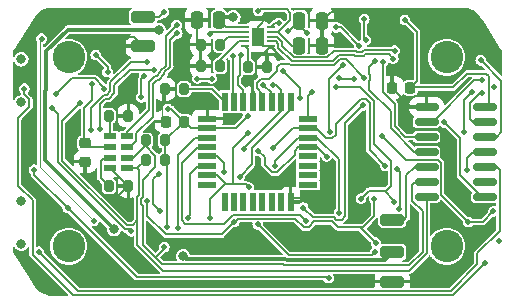
<source format=gbr>
%TF.GenerationSoftware,KiCad,Pcbnew,7.0.7*%
%TF.CreationDate,2024-04-20T23:27:06+02:00*%
%TF.ProjectId,Heptachron,48657074-6163-4687-926f-6e2e6b696361,rev?*%
%TF.SameCoordinates,Original*%
%TF.FileFunction,Copper,L2,Bot*%
%TF.FilePolarity,Positive*%
%FSLAX46Y46*%
G04 Gerber Fmt 4.6, Leading zero omitted, Abs format (unit mm)*
G04 Created by KiCad (PCBNEW 7.0.7) date 2024-04-20 23:27:06*
%MOMM*%
%LPD*%
G01*
G04 APERTURE LIST*
G04 Aperture macros list*
%AMRoundRect*
0 Rectangle with rounded corners*
0 $1 Rounding radius*
0 $2 $3 $4 $5 $6 $7 $8 $9 X,Y pos of 4 corners*
0 Add a 4 corners polygon primitive as box body*
4,1,4,$2,$3,$4,$5,$6,$7,$8,$9,$2,$3,0*
0 Add four circle primitives for the rounded corners*
1,1,$1+$1,$2,$3*
1,1,$1+$1,$4,$5*
1,1,$1+$1,$6,$7*
1,1,$1+$1,$8,$9*
0 Add four rect primitives between the rounded corners*
20,1,$1+$1,$2,$3,$4,$5,0*
20,1,$1+$1,$4,$5,$6,$7,0*
20,1,$1+$1,$6,$7,$8,$9,0*
20,1,$1+$1,$8,$9,$2,$3,0*%
G04 Aperture macros list end*
%TA.AperFunction,ComponentPad*%
%ADD10C,0.800000*%
%TD*%
%TA.AperFunction,ComponentPad*%
%ADD11C,2.750000*%
%TD*%
%TA.AperFunction,SMDPad,CuDef*%
%ADD12RoundRect,0.250000X0.250000X0.475000X-0.250000X0.475000X-0.250000X-0.475000X0.250000X-0.475000X0*%
%TD*%
%TA.AperFunction,SMDPad,CuDef*%
%ADD13RoundRect,0.200000X0.200000X0.275000X-0.200000X0.275000X-0.200000X-0.275000X0.200000X-0.275000X0*%
%TD*%
%TA.AperFunction,SMDPad,CuDef*%
%ADD14RoundRect,0.250000X0.750000X-0.250000X0.750000X0.250000X-0.750000X0.250000X-0.750000X-0.250000X0*%
%TD*%
%TA.AperFunction,SMDPad,CuDef*%
%ADD15RoundRect,0.150000X0.825000X0.150000X-0.825000X0.150000X-0.825000X-0.150000X0.825000X-0.150000X0*%
%TD*%
%TA.AperFunction,SMDPad,CuDef*%
%ADD16RoundRect,0.250000X-0.750000X0.250000X-0.750000X-0.250000X0.750000X-0.250000X0.750000X0.250000X0*%
%TD*%
%TA.AperFunction,SMDPad,CuDef*%
%ADD17RoundRect,0.225000X0.250000X-0.225000X0.250000X0.225000X-0.250000X0.225000X-0.250000X-0.225000X0*%
%TD*%
%TA.AperFunction,SMDPad,CuDef*%
%ADD18R,1.600000X0.550000*%
%TD*%
%TA.AperFunction,SMDPad,CuDef*%
%ADD19R,0.550000X1.600000*%
%TD*%
%TA.AperFunction,SMDPad,CuDef*%
%ADD20RoundRect,0.225000X0.225000X0.250000X-0.225000X0.250000X-0.225000X-0.250000X0.225000X-0.250000X0*%
%TD*%
%TA.AperFunction,SMDPad,CuDef*%
%ADD21R,1.050000X0.500000*%
%TD*%
%TA.AperFunction,SMDPad,CuDef*%
%ADD22RoundRect,0.200000X-0.200000X-0.275000X0.200000X-0.275000X0.200000X0.275000X-0.200000X0.275000X0*%
%TD*%
%TA.AperFunction,SMDPad,CuDef*%
%ADD23RoundRect,0.225000X-0.225000X-0.250000X0.225000X-0.250000X0.225000X0.250000X-0.225000X0.250000X0*%
%TD*%
%TA.AperFunction,SMDPad,CuDef*%
%ADD24R,0.750000X0.200000*%
%TD*%
%TA.AperFunction,SMDPad,CuDef*%
%ADD25R,1.000000X1.600000*%
%TD*%
%TA.AperFunction,ViaPad*%
%ADD26C,0.500000*%
%TD*%
%TA.AperFunction,ViaPad*%
%ADD27C,0.800000*%
%TD*%
%TA.AperFunction,Conductor*%
%ADD28C,0.150000*%
%TD*%
%TA.AperFunction,Conductor*%
%ADD29C,0.300000*%
%TD*%
%TA.AperFunction,Conductor*%
%ADD30C,0.100000*%
%TD*%
G04 APERTURE END LIST*
D10*
%TO.P,SW2,SH1*%
%TO.N,N/C*%
X128000000Y-108825000D03*
%TO.P,SW2,SH2*%
X128000000Y-105175000D03*
%TD*%
D11*
%TO.P,H1,1*%
%TO.N,N/C*%
X164000000Y-109000000D03*
%TD*%
%TO.P,H4,1*%
%TO.N,N/C*%
X132000000Y-93000000D03*
%TD*%
%TO.P,H3,1*%
%TO.N,N/C*%
X132000000Y-109000000D03*
%TD*%
%TO.P,H2,1*%
%TO.N,N/C*%
X164000000Y-93000000D03*
%TD*%
D10*
%TO.P,SW1,SH1*%
%TO.N,N/C*%
X128000000Y-96825000D03*
%TO.P,SW1,SH2*%
X128000000Y-93175000D03*
%TD*%
D12*
%TO.P,C9,1*%
%TO.N,GND*%
X153435000Y-89905000D03*
%TO.P,C9,2*%
%TO.N,VCC*%
X151535000Y-89905000D03*
%TD*%
D13*
%TO.P,R1,1*%
%TO.N,GND*%
X137050000Y-103900000D03*
%TO.P,R1,2*%
%TO.N,Net-(X1-VBU)*%
X135400000Y-103900000D03*
%TD*%
D12*
%TO.P,C10,1*%
%TO.N,GND*%
X153435000Y-92015000D03*
%TO.P,C10,2*%
%TO.N,+BATT*%
X151535000Y-92015000D03*
%TD*%
D14*
%TO.P,J3,1,Pin_1*%
%TO.N,/UPDI*%
X159400000Y-106750000D03*
%TD*%
D15*
%TO.P,U8,1,VCC*%
%TO.N,VCC*%
X167250000Y-97190000D03*
%TO.P,U8,2,PA4*%
%TO.N,/{slash}CE*%
X167250000Y-98460000D03*
%TO.P,U8,3,PA5*%
%TO.N,/RTC_INT*%
X167250000Y-99730000D03*
%TO.P,U8,4,PA6*%
%TO.N,/BU1*%
X167250000Y-101000000D03*
%TO.P,U8,5,PA7*%
%TO.N,/BU2*%
X167250000Y-102270000D03*
%TO.P,U8,6,PB3*%
%TO.N,unconnected-(U8-PB3-Pad6)*%
X167250000Y-103540000D03*
%TO.P,U8,7,PB2*%
%TO.N,/LED_EN*%
X167250000Y-104810000D03*
%TO.P,U8,8,PB1*%
%TO.N,/SDA*%
X162300000Y-104810000D03*
%TO.P,U8,9,PB0*%
%TO.N,/SCL*%
X162300000Y-103540000D03*
%TO.P,U8,10,~{RESET}/PA0*%
%TO.N,/UPDI*%
X162300000Y-102270000D03*
%TO.P,U8,11,PA1*%
%TO.N,/LIGHT_IN*%
X162300000Y-101000000D03*
%TO.P,U8,12,PA2*%
%TO.N,/LIGHT_EN*%
X162300000Y-99730000D03*
%TO.P,U8,13,PA3*%
%TO.N,/RTC_CLK*%
X162300000Y-98460000D03*
%TO.P,U8,14,GND*%
%TO.N,GND*%
X162300000Y-97190000D03*
%TD*%
D16*
%TO.P,J5,1,Pin_1*%
%TO.N,GND*%
X138320000Y-92059338D03*
%TD*%
D14*
%TO.P,J2,1,Pin_1*%
%TO.N,GND*%
X159400000Y-112000000D03*
%TD*%
D13*
%TO.P,R14,1*%
%TO.N,VCC*%
X140190000Y-100045000D03*
%TO.P,R14,2*%
%TO.N,/SCL*%
X138540000Y-100045000D03*
%TD*%
%TO.P,R2,1*%
%TO.N,GND*%
X137050000Y-97950000D03*
%TO.P,R2,2*%
%TO.N,Net-(X1-EVI)*%
X135400000Y-97950000D03*
%TD*%
D17*
%TO.P,C1,1*%
%TO.N,GND*%
X133400000Y-101825000D03*
%TO.P,C1,2*%
%TO.N,VCC*%
X133400000Y-100275000D03*
%TD*%
D18*
%TO.P,U7,1,CS4*%
%TO.N,/CS4*%
X152250000Y-98200000D03*
%TO.P,U7,2,CS5*%
%TO.N,/CS5*%
X152250000Y-99000000D03*
%TO.P,U7,3,CS6*%
%TO.N,/CS6*%
X152250000Y-99800000D03*
%TO.P,U7,4,CS7*%
%TO.N,/CS7*%
X152250000Y-100600000D03*
%TO.P,U7,5,CS8*%
%TO.N,unconnected-(U7-CS8-Pad5)*%
X152250000Y-101400000D03*
%TO.P,U7,6,CS9*%
%TO.N,unconnected-(U7-CS9-Pad6)*%
X152250000Y-102200000D03*
%TO.P,U7,7,CS10*%
%TO.N,unconnected-(U7-CS10-Pad7)*%
X152250000Y-103000000D03*
%TO.P,U7,8,CS11*%
%TO.N,unconnected-(U7-CS11-Pad8)*%
X152250000Y-103800000D03*
D19*
%TO.P,U7,9,GND*%
%TO.N,GND*%
X150800000Y-105250000D03*
%TO.P,U7,10,CS12*%
%TO.N,unconnected-(U7-CS12-Pad10)*%
X150000000Y-105250000D03*
%TO.P,U7,11,CS13*%
%TO.N,unconnected-(U7-CS13-Pad11)*%
X149200000Y-105250000D03*
%TO.P,U7,12,CS14*%
%TO.N,unconnected-(U7-CS14-Pad12)*%
X148400000Y-105250000D03*
%TO.P,U7,13,CS15*%
%TO.N,unconnected-(U7-CS15-Pad13)*%
X147600000Y-105250000D03*
%TO.P,U7,14,CS16*%
%TO.N,unconnected-(U7-CS16-Pad14)*%
X146800000Y-105250000D03*
%TO.P,U7,15,SW8*%
%TO.N,unconnected-(U7-SW8-Pad15)*%
X146000000Y-105250000D03*
%TO.P,U7,16,SW7*%
%TO.N,unconnected-(U7-SW7-Pad16)*%
X145200000Y-105250000D03*
D18*
%TO.P,U7,17,SW6*%
%TO.N,unconnected-(U7-SW6-Pad17)*%
X143750000Y-103800000D03*
%TO.P,U7,18,SW5*%
%TO.N,/SW5*%
X143750000Y-103000000D03*
%TO.P,U7,19,SW4*%
%TO.N,/SW4*%
X143750000Y-102200000D03*
%TO.P,U7,20,SW3*%
%TO.N,/SW3*%
X143750000Y-101400000D03*
%TO.P,U7,21,SW2*%
%TO.N,/SW2*%
X143750000Y-100600000D03*
%TO.P,U7,22,SW1*%
%TO.N,/SW1*%
X143750000Y-99800000D03*
%TO.P,U7,23,VCC*%
%TO.N,VCC*%
X143750000Y-99000000D03*
%TO.P,U7,24,GND*%
%TO.N,GND*%
X143750000Y-98200000D03*
D19*
%TO.P,U7,25,ISET*%
%TO.N,Net-(U7-ISET)*%
X145200000Y-96750000D03*
%TO.P,U7,26,SDA*%
%TO.N,/SDA*%
X146000000Y-96750000D03*
%TO.P,U7,27,SCL*%
%TO.N,/SCL*%
X146800000Y-96750000D03*
%TO.P,U7,28,AD*%
%TO.N,GND*%
X147600000Y-96750000D03*
%TO.P,U7,29,SDB*%
%TO.N,/LED_EN*%
X148400000Y-96750000D03*
%TO.P,U7,30,CS1*%
%TO.N,/CS1*%
X149200000Y-96750000D03*
%TO.P,U7,31,CS2*%
%TO.N,/CS2*%
X150000000Y-96750000D03*
%TO.P,U7,32,CS3*%
%TO.N,/CS3*%
X150800000Y-96750000D03*
%TD*%
D16*
%TO.P,J4,1,Pin_1*%
%TO.N,+BATT*%
X138300662Y-89570000D03*
%TD*%
D20*
%TO.P,C7,1*%
%TO.N,VCC*%
X141775000Y-98450000D03*
%TO.P,C7,2*%
%TO.N,GND*%
X140225000Y-98450000D03*
%TD*%
D21*
%TO.P,X1,1,CLKOUT*%
%TO.N,/RTC_CLK*%
X136950000Y-99700000D03*
%TO.P,X1,2,INT*%
%TO.N,/RTC_INT*%
X136950000Y-100600000D03*
%TO.P,X1,3,SCL*%
%TO.N,/SCL*%
X136950000Y-101500000D03*
%TO.P,X1,4,SDA*%
%TO.N,/SDA*%
X136950000Y-102400000D03*
%TO.P,X1,5,VSS*%
%TO.N,GND*%
X135500000Y-102400000D03*
%TO.P,X1,6,VBU*%
%TO.N,Net-(X1-VBU)*%
X135500000Y-101500000D03*
%TO.P,X1,7,VDD*%
%TO.N,VCC*%
X135500000Y-100600000D03*
%TO.P,X1,8,EVI*%
%TO.N,Net-(X1-EVI)*%
X135500000Y-99700000D03*
%TD*%
D22*
%TO.P,R18,1*%
%TO.N,GND*%
X143172159Y-91926266D03*
%TO.P,R18,2*%
%TO.N,Net-(IC1-ISET)*%
X144822159Y-91926266D03*
%TD*%
%TO.P,R15,1*%
%TO.N,GND*%
X140125000Y-95700000D03*
%TO.P,R15,2*%
%TO.N,Net-(U7-ISET)*%
X141775000Y-95700000D03*
%TD*%
D13*
%TO.P,R13,1*%
%TO.N,VCC*%
X140190000Y-101685000D03*
%TO.P,R13,2*%
%TO.N,/SDA*%
X138540000Y-101685000D03*
%TD*%
D23*
%TO.P,C4,1*%
%TO.N,GND*%
X159390000Y-95565000D03*
%TO.P,C4,2*%
%TO.N,VCC*%
X160940000Y-95565000D03*
%TD*%
D12*
%TO.P,C8,1*%
%TO.N,+5V*%
X144735535Y-89858890D03*
%TO.P,C8,2*%
%TO.N,GND*%
X142835535Y-89858890D03*
%TD*%
D16*
%TO.P,J1,1,Pin_1*%
%TO.N,+5V*%
X159400000Y-109500000D03*
%TD*%
D24*
%TO.P,IC1,1,SYS*%
%TO.N,VCC*%
X149100000Y-90450000D03*
%TO.P,IC1,2,BAT*%
%TO.N,+BATT*%
X149100000Y-90850000D03*
%TO.P,IC1,3,STAT2*%
%TO.N,/STAT2*%
X149100000Y-91250000D03*
%TO.P,IC1,4,~{CE}*%
%TO.N,/{slash}CE*%
X149100000Y-91650000D03*
%TO.P,IC1,5,GND*%
%TO.N,GND*%
X149100000Y-92050000D03*
%TO.P,IC1,6,TS/MR*%
%TO.N,Net-(IC1-TS{slash}MR)*%
X146900000Y-92050000D03*
%TO.P,IC1,7,ILIM/VSET*%
%TO.N,Net-(IC1-ILIM{slash}VSET)*%
X146900000Y-91650000D03*
%TO.P,IC1,8,ISET*%
%TO.N,Net-(IC1-ISET)*%
X146900000Y-91250000D03*
%TO.P,IC1,9,STAT1*%
%TO.N,/STAT1*%
X146900000Y-90850000D03*
%TO.P,IC1,10,IN*%
%TO.N,+5V*%
X146900000Y-90450000D03*
D25*
%TO.P,IC1,11,EP*%
%TO.N,GND*%
X148000000Y-91250000D03*
%TD*%
D13*
%TO.P,R19,1*%
%TO.N,GND*%
X148806766Y-93833673D03*
%TO.P,R19,2*%
%TO.N,Net-(IC1-TS{slash}MR)*%
X147156766Y-93833673D03*
%TD*%
D22*
%TO.P,R17,1*%
%TO.N,GND*%
X143164935Y-93739063D03*
%TO.P,R17,2*%
%TO.N,Net-(IC1-ILIM{slash}VSET)*%
X144814935Y-93739063D03*
%TD*%
D26*
%TO.N,GND*%
X132350203Y-98890503D03*
X166490000Y-107690000D03*
X166540000Y-106180000D03*
%TO.N,VCC*%
X168449692Y-108512772D03*
X168020000Y-95550000D03*
X134120000Y-106840000D03*
X129710000Y-91420000D03*
%TO.N,GND*%
X145270000Y-94940000D03*
X146870000Y-94910000D03*
%TO.N,VCC*%
X160470000Y-89840000D03*
X152200000Y-90930000D03*
X150151906Y-94198619D03*
X151550000Y-96480000D03*
X147166274Y-97989696D03*
%TO.N,GND*%
X137590000Y-94590000D03*
X136170000Y-93755000D03*
%TO.N,VCC*%
X138410000Y-94590000D03*
X140401283Y-97373153D03*
X138160000Y-96380000D03*
%TO.N,GND*%
X158080200Y-107663776D03*
X157312282Y-105910000D03*
X154454213Y-109145969D03*
X149190000Y-109270000D03*
X144920000Y-109450000D03*
X144930000Y-112180000D03*
%TO.N,/CS3*%
X146464500Y-103100000D03*
X146010501Y-106939499D03*
X138655000Y-105200516D03*
X158012109Y-108703776D03*
X157889083Y-104986080D03*
%TO.N,/CS2*%
X158550000Y-99700000D03*
X139254119Y-94065000D03*
X134670002Y-99110000D03*
X165850000Y-106950000D03*
X157950500Y-109480000D03*
X167950000Y-106050000D03*
X146836193Y-100736193D03*
X148006455Y-107143599D03*
X149260613Y-95385000D03*
%TO.N,/CS1*%
X148469379Y-95335000D03*
X156930000Y-97060000D03*
X151852805Y-105719630D03*
%TO.N,/SW1*%
X141263807Y-107436193D03*
%TO.N,/SW2*%
X152117789Y-106858294D03*
%TO.N,/SW3*%
X145121378Y-102706879D03*
%TO.N,/SW4*%
X142085500Y-106570445D03*
%TO.N,/SW5*%
X147191710Y-99414096D03*
X144000000Y-106571340D03*
X147252746Y-104016479D03*
%TO.N,GND*%
X130400000Y-112250000D03*
X150051632Y-89450000D03*
X155400000Y-108350000D03*
X161350000Y-108900000D03*
X137250000Y-110010000D03*
X129450000Y-104800000D03*
X132500000Y-111200000D03*
X127900000Y-94700000D03*
X156000000Y-105199998D03*
X133900000Y-91550000D03*
X136700000Y-108500000D03*
X155744808Y-89146344D03*
X128300000Y-98900000D03*
X159700000Y-108000000D03*
X129050142Y-92548069D03*
X133000000Y-90050000D03*
X162600000Y-110900000D03*
X153500000Y-105300000D03*
X137200000Y-106700000D03*
X136900000Y-91250000D03*
X142050000Y-91300000D03*
X135100000Y-110200000D03*
%TO.N,VCC*%
X149778977Y-90094719D03*
X140300000Y-107350000D03*
X150565000Y-90792987D03*
X134300000Y-92800000D03*
X135300000Y-94250000D03*
X134000000Y-95300000D03*
%TO.N,/CS5*%
X154000000Y-111700000D03*
X131925000Y-105775000D03*
X158785839Y-102185839D03*
X160000000Y-105810500D03*
X149264500Y-100704042D03*
X139775000Y-106037116D03*
X129070000Y-102520000D03*
X139641380Y-102854479D03*
X159830927Y-102467775D03*
%TO.N,/CS4*%
X152614500Y-95936075D03*
X154635130Y-95517666D03*
X156748971Y-104962623D03*
X159576301Y-105263217D03*
%TO.N,+BATT*%
X140050000Y-89190000D03*
X148060000Y-89049500D03*
D27*
%TO.N,+5V*%
X135838813Y-107566703D03*
X145950000Y-89615000D03*
X139650000Y-90700000D03*
X141700000Y-109845000D03*
D26*
%TO.N,/STAT2*%
X159606555Y-92432212D03*
%TO.N,/{slash}CE*%
X167025500Y-96000000D03*
X159480000Y-93110000D03*
%TO.N,/STAT1*%
X143950000Y-91000000D03*
%TO.N,/CS7*%
X133854189Y-99186046D03*
X166179122Y-95920878D03*
X148024618Y-100897062D03*
X155259133Y-93685000D03*
X138600000Y-93400000D03*
X165450000Y-99300000D03*
X153843216Y-101406074D03*
X154100000Y-99335000D03*
%TO.N,/CS6*%
X154878462Y-94794021D03*
X142900000Y-94800000D03*
X135025077Y-95675769D03*
X154882734Y-106222678D03*
X130914500Y-96150000D03*
X144100000Y-94800000D03*
X149445152Y-102212187D03*
X156200000Y-94800000D03*
%TO.N,/LIGHT_EN*%
X157155409Y-91555409D03*
X157021776Y-89775000D03*
X158610126Y-93410409D03*
%TO.N,/RTC_INT*%
X141200000Y-90975000D03*
X166900000Y-93250000D03*
%TO.N,/SDA*%
X145894946Y-92885932D03*
X132976900Y-96895943D03*
%TO.N,/SCL*%
X146582710Y-92837001D03*
X140099994Y-109050000D03*
X130578245Y-97300000D03*
X137311894Y-107740000D03*
%TO.N,/BU1*%
X165709769Y-102527402D03*
X128241116Y-95658884D03*
X167210000Y-110440000D03*
%TO.N,/BU2*%
X129465000Y-109450000D03*
%TO.N,/LED_EN*%
X163800056Y-98498699D03*
X157025000Y-94715000D03*
%TO.N,/RTC_CLK*%
X141140551Y-90287563D03*
X167025500Y-94945628D03*
%TO.N,/LIGHT_IN*%
X157923067Y-93344500D03*
X154655000Y-90455000D03*
X156610409Y-92040409D03*
%TD*%
D28*
%TO.N,/BU2*%
X168225000Y-102270000D02*
X167250000Y-102270000D01*
X168490000Y-102535000D02*
X168225000Y-102270000D01*
X168490000Y-107730001D02*
X168490000Y-102535000D01*
X166610000Y-109610001D02*
X168490000Y-107730001D01*
X166610000Y-110510000D02*
X166610000Y-109610001D01*
X164340000Y-112780000D02*
X166610000Y-110510000D01*
X164335000Y-112775000D02*
X164340000Y-112780000D01*
X143605833Y-112775000D02*
X164335000Y-112775000D01*
X132800000Y-112785000D02*
X143595833Y-112785000D01*
X129465000Y-109450000D02*
X132800000Y-112785000D01*
X143595833Y-112785000D02*
X143605833Y-112775000D01*
%TO.N,/BU1*%
X164525000Y-113125000D02*
X167210000Y-110440000D01*
X132375000Y-113125000D02*
X164525000Y-113125000D01*
X128950000Y-109700000D02*
X132375000Y-113125000D01*
X128950000Y-105120000D02*
X128950000Y-109700000D01*
X127725000Y-103895000D02*
X128950000Y-105120000D01*
X127725000Y-98125000D02*
X127725000Y-103895000D01*
X128665000Y-97185000D02*
X127725000Y-98125000D01*
X128241116Y-96125663D02*
X128665000Y-96549547D01*
X128241116Y-95658884D02*
X128241116Y-96125663D01*
X128665000Y-96549547D02*
X128665000Y-97185000D01*
%TO.N,/CS5*%
X129070000Y-102928309D02*
X129070000Y-102520000D01*
X131916691Y-105775000D02*
X129070000Y-102928309D01*
X131925000Y-105775000D02*
X131916691Y-105775000D01*
%TO.N,/LIGHT_EN*%
X159590000Y-96947108D02*
X158610126Y-95967234D01*
X162300000Y-99730000D02*
X160480000Y-99730000D01*
X160480000Y-99730000D02*
X159590000Y-98840000D01*
X159590000Y-98840000D02*
X159590000Y-96947108D01*
X158610126Y-95967234D02*
X158610126Y-93410409D01*
%TO.N,/CS5*%
X154615000Y-98626680D02*
X156716680Y-96525000D01*
%TO.N,/CS1*%
X154440832Y-106560000D02*
X152693175Y-106560000D01*
%TO.N,/LIGHT_IN*%
X157450000Y-93817567D02*
X157450000Y-94411680D01*
%TO.N,/CS4*%
X159315927Y-103884073D02*
X159315927Y-101815927D01*
%TO.N,/LIGHT_IN*%
X157923067Y-93344500D02*
X157450000Y-93817567D01*
X157450000Y-94411680D02*
X157540000Y-94501680D01*
X157540000Y-94928320D02*
X157450000Y-95018320D01*
%TO.N,/CS4*%
X158900000Y-104300000D02*
X159315927Y-103884073D01*
%TO.N,/LIGHT_IN*%
X157540000Y-94501680D02*
X157540000Y-94928320D01*
%TO.N,/CS4*%
X156636818Y-95517666D02*
X154635130Y-95517666D01*
%TO.N,/LIGHT_IN*%
X157450000Y-95018320D02*
X157450000Y-95770000D01*
X157450000Y-95770000D02*
X159250000Y-97570000D01*
X159250000Y-97570000D02*
X159250000Y-98980833D01*
X159250000Y-98980833D02*
X161269167Y-101000000D01*
X161269167Y-101000000D02*
X162300000Y-101000000D01*
%TO.N,/CS5*%
X154615000Y-99548320D02*
X154615000Y-98626680D01*
%TO.N,/CS4*%
X158750000Y-104300000D02*
X158900000Y-104300000D01*
%TO.N,/CS5*%
X152899768Y-99000000D02*
X153749768Y-99850000D01*
%TO.N,/CS4*%
X159315927Y-101815927D02*
X157825000Y-100325000D01*
%TO.N,/CS5*%
X153749768Y-99850000D02*
X154313320Y-99850000D01*
%TO.N,/CS4*%
X157825000Y-100325000D02*
X157825000Y-96705848D01*
X157825000Y-96705848D02*
X156636818Y-95517666D01*
%TO.N,/CS5*%
X152250000Y-99000000D02*
X152899768Y-99000000D01*
X154313320Y-99850000D02*
X154615000Y-99548320D01*
X157485000Y-100885000D02*
X158785839Y-102185839D01*
X156716680Y-96525000D02*
X157163320Y-96525000D01*
X157163320Y-96525000D02*
X157485000Y-96846680D01*
X157485000Y-96846680D02*
X157485000Y-100885000D01*
%TO.N,/CS1*%
X152693175Y-106560000D02*
X151852805Y-105719630D01*
X154645832Y-106765000D02*
X154440832Y-106560000D01*
X155113320Y-106765000D02*
X154645832Y-106765000D01*
X155400938Y-106477382D02*
X155113320Y-106765000D01*
X155400938Y-98589062D02*
X155400938Y-106477382D01*
X156930000Y-97060000D02*
X155400938Y-98589062D01*
%TO.N,/LED_EN*%
X155480500Y-93170500D02*
X157025000Y-94715000D01*
X155006027Y-93170500D02*
X155480500Y-93170500D01*
X150785873Y-93695000D02*
X154481527Y-93695000D01*
X149602161Y-93862521D02*
X149919681Y-93545001D01*
X149602161Y-94199632D02*
X149602161Y-93862521D01*
X154481527Y-93695000D02*
X155006027Y-93170500D01*
X148981793Y-94820000D02*
X149602161Y-94199632D01*
X149919681Y-93545001D02*
X150635873Y-93545001D01*
X147925000Y-95145000D02*
X148250000Y-94820000D01*
X148400000Y-96080380D02*
X147925000Y-95605380D01*
X148400000Y-96750000D02*
X148400000Y-96080380D01*
X148250000Y-94820000D02*
X148981793Y-94820000D01*
X147925000Y-95605380D02*
X147925000Y-95145000D01*
X150635873Y-93545001D02*
X150785873Y-93695000D01*
%TO.N,VCC*%
X167550000Y-94600000D02*
X167550000Y-96890000D01*
X167550000Y-96890000D02*
X167250000Y-97190000D01*
X167325000Y-94375000D02*
X167550000Y-94600000D01*
X165725000Y-94375000D02*
X167325000Y-94375000D01*
X164560000Y-95540000D02*
X165725000Y-94375000D01*
X160965000Y-95540000D02*
X164560000Y-95540000D01*
X160940000Y-95565000D02*
X160965000Y-95540000D01*
%TO.N,/CS7*%
X133854189Y-97304979D02*
X133854189Y-99186046D01*
X134968399Y-96190769D02*
X133854189Y-97304979D01*
X135238397Y-96190769D02*
X134968399Y-96190769D01*
X135540077Y-95129923D02*
X135540077Y-95889089D01*
X137270000Y-93400000D02*
X135540077Y-95129923D01*
X138600000Y-93400000D02*
X137270000Y-93400000D01*
X135540077Y-95889089D02*
X135238397Y-96190769D01*
%TO.N,VCC*%
X134000000Y-96615306D02*
X134000000Y-95300000D01*
X133329189Y-97286117D02*
X134000000Y-96615306D01*
X133329189Y-100204189D02*
X133329189Y-97286117D01*
X133400000Y-100275000D02*
X133329189Y-100204189D01*
%TO.N,/STAT1*%
X144091110Y-90858890D02*
X143950000Y-91000000D01*
X146900000Y-90850000D02*
X146891110Y-90858890D01*
%TO.N,/RTC_INT*%
X137740000Y-100085000D02*
X137740000Y-99420832D01*
X136950000Y-100600000D02*
X137225000Y-100600000D01*
X139140000Y-95240832D02*
X139460832Y-94920000D01*
X140109119Y-94419152D02*
X140109119Y-94271713D01*
%TO.N,/RTC_CLK*%
X140200000Y-93700000D02*
X140200000Y-91228114D01*
X139467439Y-94580000D02*
X139769119Y-94278320D01*
%TO.N,/RTC_INT*%
X139608271Y-94920000D02*
X140109119Y-94419152D01*
X140109119Y-94271713D02*
X140600000Y-93780832D01*
%TO.N,/RTC_CLK*%
X136950000Y-99700000D02*
X136950000Y-99300000D01*
%TO.N,/RTC_INT*%
X137740000Y-99420832D02*
X139140000Y-98020832D01*
%TO.N,/RTC_CLK*%
X136950000Y-99300000D02*
X138800000Y-97450000D01*
X138800000Y-95100000D02*
X139320000Y-94580000D01*
X138800000Y-97450000D02*
X138800000Y-95100000D01*
X139320000Y-94580000D02*
X139467439Y-94580000D01*
X139769119Y-94278320D02*
X139769119Y-94130881D01*
X139769119Y-94130881D02*
X140200000Y-93700000D01*
X140200000Y-91228114D02*
X141140551Y-90287563D01*
%TO.N,/RTC_INT*%
X137225000Y-100600000D02*
X137740000Y-100085000D01*
X139140000Y-98020832D02*
X139140000Y-95240832D01*
X139460832Y-94920000D02*
X139608271Y-94920000D01*
X140600000Y-93780832D02*
X140600000Y-91575000D01*
X140600000Y-91575000D02*
X141200000Y-90975000D01*
%TO.N,/STAT1*%
X146891110Y-90858890D02*
X144091110Y-90858890D01*
D29*
%TO.N,+5V*%
X144735535Y-89858890D02*
X144979425Y-89615000D01*
X144979425Y-89615000D02*
X145950000Y-89615000D01*
D28*
%TO.N,/CS2*%
X163296899Y-101705000D02*
X163540000Y-101948101D01*
X163540000Y-101948101D02*
X163540000Y-104640000D01*
X160555000Y-101705000D02*
X163296899Y-101705000D01*
X163540000Y-104640000D02*
X165850000Y-106950000D01*
X158550000Y-99700000D02*
X160555000Y-101705000D01*
%TO.N,/LED_EN*%
X166958100Y-104810000D02*
X167250000Y-104810000D01*
X165140000Y-99838643D02*
X165140000Y-102991900D01*
X165140000Y-102991900D02*
X166958100Y-104810000D01*
X163800056Y-98498699D02*
X165140000Y-99838643D01*
%TO.N,GND*%
X153435000Y-89905000D02*
X154193656Y-89146344D01*
%TO.N,/CS5*%
X139170000Y-105432116D02*
X139775000Y-106037116D01*
X139170000Y-103325859D02*
X139170000Y-105432116D01*
X139641380Y-102854479D02*
X139170000Y-103325859D01*
%TO.N,GND*%
X148475000Y-92050000D02*
X149100000Y-92050000D01*
X148000000Y-91250000D02*
X148000000Y-91575000D01*
X148000000Y-91575000D02*
X148475000Y-92050000D01*
%TO.N,/CS3*%
X154800000Y-107400000D02*
X156910000Y-107400000D01*
X156910000Y-107400000D02*
X157889083Y-106420917D01*
%TO.N,/CS4*%
X157411594Y-104300000D02*
X156748971Y-104962623D01*
X158750000Y-104300000D02*
X157411594Y-104300000D01*
%TO.N,/CS3*%
X157889083Y-106420917D02*
X157889083Y-104986080D01*
%TO.N,/CS2*%
X150622856Y-109760000D02*
X148006455Y-107143599D01*
X157670500Y-109760000D02*
X150622856Y-109760000D01*
X157950500Y-109480000D02*
X157670500Y-109760000D01*
%TO.N,/CS3*%
X156708333Y-107400000D02*
X158012109Y-108703776D01*
X154800000Y-107400000D02*
X156708333Y-107400000D01*
%TO.N,+BATT*%
X150760000Y-89855524D02*
X149765524Y-90850000D01*
X150760000Y-89217523D02*
X150760000Y-89855524D01*
X148184500Y-88925000D02*
X150467477Y-88925000D01*
X148060000Y-89049500D02*
X148184500Y-88925000D01*
X150467477Y-88925000D02*
X150760000Y-89217523D01*
X138300662Y-89570000D02*
X139670000Y-89570000D01*
X139670000Y-89570000D02*
X140050000Y-89190000D01*
%TO.N,/CS5*%
X150968542Y-99000000D02*
X152250000Y-99000000D01*
X149264500Y-100704042D02*
X150968542Y-99000000D01*
%TO.N,VCC*%
X147166274Y-97989696D02*
X146155970Y-99000000D01*
X146155970Y-99000000D02*
X143750000Y-99000000D01*
%TO.N,GND*%
X153155000Y-104955000D02*
X153500000Y-105300000D01*
X151095000Y-104955000D02*
X153155000Y-104955000D01*
X150800000Y-105250000D02*
X151095000Y-104955000D01*
%TO.N,/CS2*%
X134670002Y-96969998D02*
X134670002Y-99110000D01*
X135109231Y-96530769D02*
X134670002Y-96969998D01*
X135379229Y-96530769D02*
X135109231Y-96530769D01*
X135880077Y-96029921D02*
X135379229Y-96530769D01*
X135880077Y-95339923D02*
X135880077Y-96029921D01*
X139254119Y-94065000D02*
X137155000Y-94065000D01*
X137155000Y-94065000D02*
X135880077Y-95339923D01*
D29*
%TO.N,+5V*%
X141950000Y-110095000D02*
X141700000Y-109845000D01*
X150446815Y-110185000D02*
X150356815Y-110095000D01*
X157864906Y-110185000D02*
X150446815Y-110185000D01*
X159400000Y-109500000D02*
X158760567Y-110139433D01*
X158760567Y-110139433D02*
X157910474Y-110139433D01*
X157910474Y-110139433D02*
X157864906Y-110185000D01*
X150356815Y-110095000D02*
X141950000Y-110095000D01*
D28*
%TO.N,/CS5*%
X137765000Y-111615000D02*
X131925000Y-105775000D01*
X153915000Y-111615000D02*
X137765000Y-111615000D01*
X154000000Y-111700000D02*
X153915000Y-111615000D01*
%TO.N,/SCL*%
X161325000Y-103540000D02*
X162300000Y-103540000D01*
X161060000Y-105131900D02*
X161060000Y-103805000D01*
X161960000Y-106031900D02*
X161060000Y-105131900D01*
X161960000Y-109459168D02*
X161960000Y-106031900D01*
X160829168Y-110590000D02*
X161960000Y-109459168D01*
X158060947Y-110590000D02*
X160829168Y-110590000D01*
X158040943Y-110610002D02*
X158060947Y-110590000D01*
X157806222Y-110610000D02*
X158040943Y-110610002D01*
X150180775Y-110520000D02*
X150270777Y-110610001D01*
X139900832Y-110520000D02*
X150180775Y-110520000D01*
X150270777Y-110610001D02*
X157806222Y-110610000D01*
X139040416Y-109659584D02*
X139900832Y-110520000D01*
X161060000Y-103805000D02*
X161325000Y-103540000D01*
%TO.N,/{slash}CE*%
X159120000Y-92750000D02*
X159480000Y-93110000D01*
X157109971Y-92750000D02*
X159120000Y-92750000D01*
X156964562Y-92895409D02*
X157109971Y-92750000D01*
X156256257Y-92895409D02*
X156964562Y-92895409D01*
X154340695Y-93355000D02*
X154865195Y-92830500D01*
X149750000Y-92178295D02*
X150926706Y-93355000D01*
X149750000Y-91836090D02*
X149750000Y-92178295D01*
X154865195Y-92830500D02*
X156191347Y-92830500D01*
X149563910Y-91650000D02*
X149750000Y-91836090D01*
X149100000Y-91650000D02*
X149563910Y-91650000D01*
X150926706Y-93355000D02*
X154340695Y-93355000D01*
X156191347Y-92830500D02*
X156256257Y-92895409D01*
%TO.N,/STAT2*%
X149644743Y-91250000D02*
X149100000Y-91250000D01*
X150090000Y-91695257D02*
X149644743Y-91250000D01*
X150090000Y-92037462D02*
X150090000Y-91695257D01*
X151067538Y-93015000D02*
X150090000Y-92037462D01*
X156823729Y-92555409D02*
X156397089Y-92555409D01*
X156332180Y-92490500D02*
X154426964Y-92490500D01*
X153902464Y-93015000D02*
X151067538Y-93015000D01*
X156969138Y-92410000D02*
X156823729Y-92555409D01*
X156397089Y-92555409D02*
X156332180Y-92490500D01*
X159584343Y-92410000D02*
X156969138Y-92410000D01*
X154426964Y-92490500D02*
X153902464Y-93015000D01*
X159606555Y-92432212D02*
X159584343Y-92410000D01*
%TO.N,VCC*%
X138160000Y-94840000D02*
X138410000Y-94590000D01*
X138160000Y-96380000D02*
X138160000Y-94840000D01*
%TO.N,+BATT*%
X149794974Y-90850000D02*
X149100000Y-90850000D01*
X149794974Y-90905256D02*
X149794974Y-90850000D01*
X151535000Y-92015000D02*
X150904718Y-92015000D01*
X150904718Y-92015000D02*
X149794974Y-90905256D01*
%TO.N,/CS1*%
X148482293Y-95335000D02*
X148469379Y-95335000D01*
X149200000Y-96052707D02*
X148482293Y-95335000D01*
X149200000Y-96750000D02*
X149200000Y-96052707D01*
D30*
%TO.N,VCC*%
X129578245Y-102298245D02*
X134120000Y-106840000D01*
X129710000Y-91420000D02*
X129578245Y-91551755D01*
X129578245Y-91551755D02*
X129578245Y-102298245D01*
D28*
%TO.N,/SCL*%
X131110000Y-97831755D02*
X130578245Y-97300000D01*
X137311894Y-107740000D02*
X137136894Y-107565000D01*
D29*
%TO.N,+5V*%
X129978245Y-101706135D02*
X135838813Y-107566703D01*
X130110000Y-95745686D02*
X129978245Y-95877440D01*
X130110000Y-92445685D02*
X130110000Y-95745686D01*
X131905685Y-90650000D02*
X130110000Y-92445685D01*
X139650000Y-90700000D02*
X139600000Y-90650000D01*
D28*
%TO.N,/SCL*%
X136791705Y-107565000D02*
X131110000Y-101883295D01*
X137136894Y-107565000D02*
X136791705Y-107565000D01*
%TO.N,GND*%
X129050000Y-98150000D02*
X128300000Y-98900000D01*
X128024696Y-94700000D02*
X128855000Y-95530304D01*
D29*
%TO.N,+5V*%
X139600000Y-90650000D02*
X131905685Y-90650000D01*
D28*
%TO.N,GND*%
X128855000Y-95530304D02*
X128855000Y-96234620D01*
X127900000Y-94700000D02*
X128024696Y-94700000D01*
%TO.N,/SCL*%
X131110000Y-101883295D02*
X131110000Y-97831755D01*
%TO.N,GND*%
X128855000Y-96234620D02*
X129050000Y-96429620D01*
X129050000Y-96429620D02*
X129050000Y-98150000D01*
D29*
%TO.N,+5V*%
X129978245Y-95877440D02*
X129978245Y-101706135D01*
D30*
%TO.N,GND*%
X147600000Y-95640000D02*
X146870000Y-94910000D01*
X147600000Y-96750000D02*
X147600000Y-95640000D01*
D28*
%TO.N,/SCL*%
X146800000Y-95800000D02*
X146800000Y-96750000D01*
X146325000Y-95325000D02*
X146800000Y-95800000D01*
X146325000Y-94702537D02*
X146325000Y-95325000D01*
X146491766Y-94535771D02*
X146325000Y-94702537D01*
X146582710Y-92837001D02*
X146491766Y-92927945D01*
X146491766Y-92927945D02*
X146491766Y-94535771D01*
%TO.N,/SDA*%
X145894946Y-96644946D02*
X146000000Y-96750000D01*
X145894946Y-92885932D02*
X145894946Y-96644946D01*
%TO.N,VCC*%
X160470000Y-89840000D02*
X161510000Y-90880000D01*
X161510000Y-94995000D02*
X160940000Y-95565000D01*
X161510000Y-90880000D02*
X161510000Y-94995000D01*
%TO.N,/LIGHT_EN*%
X157021776Y-91421776D02*
X157021776Y-89775000D01*
%TO.N,GND*%
X154193656Y-89146344D02*
X155744808Y-89146344D01*
%TO.N,/LIGHT_EN*%
X157155409Y-91555409D02*
X157021776Y-91421776D01*
%TO.N,/LIGHT_IN*%
X156610409Y-92040409D02*
X155025000Y-90455000D01*
X155025000Y-90455000D02*
X154655000Y-90455000D01*
%TO.N,/CS7*%
X154077122Y-94867011D02*
X155259133Y-93685000D01*
X154077122Y-99312122D02*
X154077122Y-94867011D01*
X154100000Y-99335000D02*
X154077122Y-99312122D01*
%TO.N,/CS6*%
X154884441Y-94800000D02*
X154878462Y-94794021D01*
X156200000Y-94800000D02*
X154884441Y-94800000D01*
%TO.N,VCC*%
X151550000Y-95596713D02*
X150151906Y-94198619D01*
X151550000Y-96480000D02*
X151550000Y-95596713D01*
%TO.N,/CS2*%
X149585000Y-95385000D02*
X149260613Y-95385000D01*
X150000000Y-95800000D02*
X149585000Y-95385000D01*
X150000000Y-96750000D02*
X150000000Y-95800000D01*
%TO.N,/CS4*%
X152250000Y-96300575D02*
X152250000Y-98200000D01*
X152614500Y-95936075D02*
X152250000Y-96300575D01*
%TO.N,VCC*%
X151535000Y-90265000D02*
X152200000Y-90930000D01*
X151535000Y-89905000D02*
X151535000Y-90265000D01*
%TO.N,/CS6*%
X135025077Y-95582614D02*
X135025077Y-95675769D01*
X134217463Y-94775000D02*
X135025077Y-95582614D01*
X132289500Y-94775000D02*
X134217463Y-94775000D01*
X130914500Y-96150000D02*
X132289500Y-94775000D01*
D30*
%TO.N,GND*%
X139901283Y-98126283D02*
X140225000Y-98450000D01*
X139901283Y-95923717D02*
X139901283Y-98126283D01*
X140125000Y-95700000D02*
X139901283Y-95923717D01*
D28*
%TO.N,VCC*%
X140401283Y-97373153D02*
X140698153Y-97373153D01*
X140698153Y-97373153D02*
X141775000Y-98450000D01*
%TO.N,/CS5*%
X160091301Y-105719199D02*
X160091301Y-102728149D01*
%TO.N,/CS4*%
X159576301Y-105126301D02*
X159576301Y-105263217D01*
X158750000Y-104300000D02*
X159576301Y-105126301D01*
%TO.N,/CS5*%
X160091301Y-102728149D02*
X159830927Y-102467775D01*
X160000000Y-105810500D02*
X160091301Y-105719199D01*
%TO.N,/CS6*%
X153050000Y-99800000D02*
X152250000Y-99800000D01*
X154885938Y-101635938D02*
X153050000Y-99800000D01*
X154885938Y-106219474D02*
X154885938Y-101635938D01*
X154882734Y-106222678D02*
X154885938Y-106219474D01*
%TO.N,/CS3*%
X146010501Y-106939499D02*
X144950000Y-108000000D01*
X147509618Y-102054882D02*
X147509618Y-100683742D01*
X146295000Y-106655000D02*
X146010501Y-106939499D01*
X152317400Y-107392072D02*
X151890760Y-107392072D01*
X151163688Y-106665000D02*
X150270257Y-106665000D01*
X147509618Y-100683742D02*
X150378360Y-97815000D01*
X150384768Y-97815000D02*
X150800000Y-97399768D01*
X150260257Y-106655000D02*
X146295000Y-106655000D01*
X140207537Y-108000000D02*
X138655000Y-106447463D01*
X150800000Y-97399768D02*
X150800000Y-96750000D01*
X150270257Y-106665000D02*
X150260257Y-106655000D01*
X154800000Y-107400000D02*
X154300000Y-106900000D01*
X152809472Y-106900000D02*
X152317400Y-107392072D01*
X154300000Y-106900000D02*
X152809472Y-106900000D01*
X151890760Y-107392072D02*
X151163688Y-106665000D01*
X146464500Y-103100000D02*
X147509618Y-102054882D01*
X138655000Y-106447463D02*
X138655000Y-105200516D01*
X150378360Y-97815000D02*
X150384768Y-97815000D01*
X144950000Y-108000000D02*
X140207537Y-108000000D01*
%TO.N,/CS2*%
X146836193Y-100713807D02*
X150000000Y-97550000D01*
X150000000Y-97550000D02*
X150000000Y-96750000D01*
X167050000Y-106950000D02*
X167950000Y-106050000D01*
X146836193Y-100713807D02*
X146836193Y-100736193D01*
X165850000Y-106950000D02*
X167050000Y-106950000D01*
%TO.N,/SW1*%
X142700000Y-99800000D02*
X143750000Y-99800000D01*
X141230500Y-101269500D02*
X142700000Y-99800000D01*
X141263807Y-107436193D02*
X141230500Y-107402886D01*
X141230500Y-107402886D02*
X141230500Y-101269500D01*
%TO.N,/SW2*%
X141570500Y-101979500D02*
X141570500Y-106783765D01*
X150411090Y-106325000D02*
X151584495Y-106325000D01*
X148000000Y-106299768D02*
X148015232Y-106315000D01*
X151584495Y-106325000D02*
X152117789Y-106858294D01*
X141570500Y-106783765D02*
X141872575Y-107085840D01*
X148015232Y-106315000D02*
X150401090Y-106315000D01*
X142950000Y-100600000D02*
X141570500Y-101979500D01*
X141872575Y-107085840D02*
X145135840Y-107085840D01*
X143750000Y-100600000D02*
X142950000Y-100600000D01*
X145135840Y-107085840D02*
X145906680Y-106315000D01*
X150401090Y-106315000D02*
X150411090Y-106325000D01*
X145906680Y-106315000D02*
X147984768Y-106315000D01*
X147984768Y-106315000D02*
X148000000Y-106299768D01*
%TO.N,/SW3*%
X145121378Y-102706879D02*
X145121378Y-101971378D01*
X145121378Y-101971378D02*
X144550000Y-101400000D01*
X144550000Y-101400000D02*
X143750000Y-101400000D01*
%TO.N,/SW4*%
X142950000Y-102200000D02*
X142300000Y-102850000D01*
X142300000Y-102850000D02*
X142300000Y-106355945D01*
X142300000Y-106355945D02*
X142085500Y-106570445D01*
X143750000Y-102200000D02*
X142950000Y-102200000D01*
%TO.N,/SW5*%
X145950000Y-100655806D02*
X145950000Y-103750000D01*
X147191710Y-99414096D02*
X145950000Y-100655806D01*
X145300000Y-103750000D02*
X145250232Y-103750000D01*
X145250232Y-103750000D02*
X144000000Y-105000232D01*
X147252746Y-104016479D02*
X146986267Y-103750000D01*
X145300000Y-103750000D02*
X144550000Y-103000000D01*
X145950000Y-103750000D02*
X145300000Y-103750000D01*
X146986267Y-103750000D02*
X145950000Y-103750000D01*
X144000000Y-105000232D02*
X144000000Y-106571340D01*
X144550000Y-103000000D02*
X143750000Y-103000000D01*
%TO.N,GND*%
X153435000Y-92015000D02*
X153435000Y-89905000D01*
X161015000Y-97190000D02*
X162300000Y-97190000D01*
X142835535Y-89858890D02*
X142835535Y-91589642D01*
X143172159Y-91926266D02*
X143172159Y-93731839D01*
X149100000Y-92050000D02*
X148806766Y-92343234D01*
X137050000Y-106550000D02*
X137200000Y-106700000D01*
X137000000Y-103900000D02*
X135500000Y-102400000D01*
X160450000Y-108000000D02*
X161350000Y-108900000D01*
X138320000Y-92059338D02*
X137510662Y-91250000D01*
X142835535Y-91589642D02*
X143172159Y-91926266D01*
X148806766Y-92343234D02*
X148806766Y-93833673D01*
X143172159Y-93731839D02*
X143164935Y-93739063D01*
X137510662Y-91250000D02*
X136900000Y-91250000D01*
X148000000Y-91250000D02*
X148000000Y-90450000D01*
X159390000Y-95565000D02*
X161015000Y-97190000D01*
X149000000Y-89450000D02*
X150051632Y-89450000D01*
X136300000Y-104650000D02*
X135000000Y-104650000D01*
X133400000Y-103050000D02*
X133400000Y-101825000D01*
X137050000Y-103900000D02*
X137050000Y-106550000D01*
X137050000Y-103900000D02*
X136300000Y-104650000D01*
X135000000Y-104650000D02*
X133400000Y-103050000D01*
X159700000Y-108000000D02*
X160450000Y-108000000D01*
X148000000Y-90450000D02*
X149000000Y-89450000D01*
%TO.N,VCC*%
X149455281Y-90094719D02*
X149778977Y-90094719D01*
X140190000Y-100045000D02*
X140190000Y-101685000D01*
X133725000Y-100600000D02*
X133400000Y-100275000D01*
X150647013Y-90792987D02*
X150565000Y-90792987D01*
X142325000Y-99000000D02*
X143750000Y-99000000D01*
X149100000Y-90450000D02*
X149455281Y-90094719D01*
X151535000Y-89905000D02*
X150647013Y-90792987D01*
X135300000Y-93800000D02*
X134300000Y-92800000D01*
X140300000Y-101795000D02*
X140300000Y-107350000D01*
X135300000Y-94250000D02*
X135300000Y-93800000D01*
X135500000Y-100600000D02*
X133725000Y-100600000D01*
X140190000Y-100035000D02*
X141775000Y-98450000D01*
X140190000Y-100045000D02*
X140190000Y-100035000D01*
X141775000Y-98450000D02*
X142325000Y-99000000D01*
X140190000Y-101685000D02*
X140300000Y-101795000D01*
%TO.N,+5V*%
X145326645Y-90450000D02*
X146900000Y-90450000D01*
X144735535Y-89858890D02*
X145326645Y-90450000D01*
%TO.N,/{slash}CE*%
X166000000Y-98185000D02*
X166000000Y-96850000D01*
X166275000Y-98460000D02*
X166000000Y-98185000D01*
X166000000Y-96850000D02*
X166850000Y-96000000D01*
X167250000Y-98460000D02*
X166275000Y-98460000D01*
X166850000Y-96000000D02*
X167025500Y-96000000D01*
%TO.N,Net-(IC1-TS{slash}MR)*%
X146900000Y-92050000D02*
X147156766Y-92306766D01*
X147156766Y-92306766D02*
X147156766Y-93833673D01*
%TO.N,Net-(IC1-ILIM{slash}VSET)*%
X144814935Y-93739063D02*
X144814935Y-93237623D01*
X146402558Y-91650000D02*
X146900000Y-91650000D01*
X144814935Y-93237623D02*
X146402558Y-91650000D01*
%TO.N,Net-(IC1-ISET)*%
X144822159Y-91926266D02*
X145498425Y-91250000D01*
X145498425Y-91250000D02*
X146900000Y-91250000D01*
%TO.N,/CS7*%
X165450000Y-96650000D02*
X165450000Y-99300000D01*
X151150000Y-101235659D02*
X149635659Y-102750000D01*
X151450000Y-100600000D02*
X151150000Y-100900000D01*
X166179122Y-95920878D02*
X165450000Y-96650000D01*
X149254645Y-102750000D02*
X148585000Y-102080355D01*
X148585000Y-101457444D02*
X148024618Y-100897062D01*
X153037142Y-100600000D02*
X153843216Y-101406074D01*
X152250000Y-100600000D02*
X151450000Y-100600000D01*
X152250000Y-100600000D02*
X153037142Y-100600000D01*
X151150000Y-100900000D02*
X151150000Y-101235659D01*
X148585000Y-102080355D02*
X148585000Y-101457444D01*
X149635659Y-102750000D02*
X149254645Y-102750000D01*
%TO.N,/CS6*%
X149445152Y-102212187D02*
X149445152Y-101804848D01*
X142900000Y-94800000D02*
X144100000Y-94800000D01*
X149445152Y-101804848D02*
X151450000Y-99800000D01*
X151450000Y-99800000D02*
X152250000Y-99800000D01*
%TO.N,/UPDI*%
X160600000Y-106550000D02*
X160600000Y-102995000D01*
X160400000Y-106750000D02*
X160600000Y-106550000D01*
X160600000Y-102995000D02*
X161325000Y-102270000D01*
X159400000Y-106750000D02*
X160400000Y-106750000D01*
X161325000Y-102270000D02*
X162300000Y-102270000D01*
%TO.N,Net-(X1-VBU)*%
X134975000Y-101500000D02*
X135500000Y-101500000D01*
X134700000Y-103200000D02*
X134700000Y-101775000D01*
X134700000Y-101775000D02*
X134975000Y-101500000D01*
X135400000Y-103900000D02*
X134700000Y-103200000D01*
%TO.N,Net-(X1-EVI)*%
X135500000Y-98050000D02*
X135400000Y-97950000D01*
X135500000Y-99700000D02*
X135500000Y-98050000D01*
%TO.N,/RTC_INT*%
X168225000Y-99730000D02*
X167250000Y-99730000D01*
X168625000Y-99330000D02*
X168225000Y-99730000D01*
X166900000Y-93250000D02*
X168625000Y-94975000D01*
X168625000Y-94975000D02*
X168625000Y-99330000D01*
%TO.N,/SDA*%
X131450000Y-101742463D02*
X136932537Y-107225000D01*
X139960000Y-111060000D02*
X160840000Y-111060000D01*
X137826894Y-107497314D02*
X137826894Y-108926894D01*
X137826894Y-108926894D02*
X139960000Y-111060000D01*
X137800000Y-104826471D02*
X137800000Y-105875000D01*
X137825000Y-102400000D02*
X136950000Y-102400000D01*
X137825000Y-107495420D02*
X137826894Y-107497314D01*
X160840000Y-111060000D02*
X162300000Y-109600000D01*
X138540000Y-101685000D02*
X137825000Y-102400000D01*
X162300000Y-109600000D02*
X162300000Y-104810000D01*
X132976900Y-96895943D02*
X131450000Y-98422843D01*
X131450000Y-98422843D02*
X131450000Y-101742463D01*
X136932537Y-107225000D02*
X137417463Y-107225000D01*
X137825000Y-106817463D02*
X137825000Y-105900000D01*
X137950000Y-102525000D02*
X137950000Y-104676471D01*
X137825000Y-102400000D02*
X137950000Y-102525000D01*
X137800000Y-105875000D02*
X137825000Y-105900000D01*
X137825000Y-105900000D02*
X137825000Y-107495420D01*
X137950000Y-104676471D02*
X137800000Y-104826471D01*
X137417463Y-107225000D02*
X137825000Y-106817463D01*
%TO.N,/SCL*%
X136950000Y-101500000D02*
X137475000Y-101500000D01*
X139040416Y-109659584D02*
X139315416Y-109934584D01*
X138540000Y-100520000D02*
X139348404Y-101328404D01*
X137475000Y-101500000D02*
X138540000Y-100435000D01*
X138290000Y-104817303D02*
X138140000Y-104967303D01*
X138540000Y-100045000D02*
X138540000Y-100520000D01*
X139348404Y-102323276D02*
X138290000Y-103381680D01*
X140099994Y-109200006D02*
X140099994Y-109050000D01*
X138290000Y-108909168D02*
X139040416Y-109659584D01*
X138540000Y-100435000D02*
X138540000Y-100045000D01*
X138290000Y-103381680D02*
X138290000Y-104817303D01*
X139348404Y-101328404D02*
X139348404Y-102323276D01*
X138140000Y-104967303D02*
X138140000Y-105433729D01*
X138140000Y-105433729D02*
X138290000Y-105583729D01*
X139365416Y-109934584D02*
X140099994Y-109200006D01*
X138290000Y-105583729D02*
X138290000Y-108909168D01*
X139315416Y-109934584D02*
X139365416Y-109934584D01*
%TO.N,Net-(U7-ISET)*%
X144150000Y-95700000D02*
X141775000Y-95700000D01*
X145200000Y-96750000D02*
X144150000Y-95700000D01*
%TO.N,/BU1*%
X166275000Y-101000000D02*
X165709769Y-101565231D01*
X167250000Y-101000000D02*
X166275000Y-101000000D01*
X165709769Y-101565231D02*
X165709769Y-102527402D01*
%TO.N,/RTC_CLK*%
X162844073Y-98460000D02*
X162300000Y-98460000D01*
X167025500Y-94945628D02*
X166358445Y-94945628D01*
X166358445Y-94945628D02*
X162844073Y-98460000D01*
%TD*%
%TA.AperFunction,Conductor*%
%TO.N,GND*%
G36*
X127411500Y-109013377D02*
G01*
X127442867Y-109049145D01*
X127475463Y-109127840D01*
X127571715Y-109253279D01*
X127571720Y-109253284D01*
X127582855Y-109261828D01*
X127697159Y-109349536D01*
X127843238Y-109410044D01*
X128000000Y-109430682D01*
X128156762Y-109410044D01*
X128302841Y-109349536D01*
X128428282Y-109253282D01*
X128524536Y-109127841D01*
X128528874Y-109117366D01*
X128532133Y-109109501D01*
X128566330Y-109072180D01*
X128616516Y-109065573D01*
X128659208Y-109092770D01*
X128674500Y-109137819D01*
X128674499Y-109665579D01*
X128673078Y-109680013D01*
X128669103Y-109700000D01*
X128669102Y-109700000D01*
X128672578Y-109717470D01*
X128674500Y-109727132D01*
X128674500Y-109727133D01*
X128688720Y-109798623D01*
X128690485Y-109807495D01*
X128709295Y-109835646D01*
X128734640Y-109873578D01*
X128751375Y-109898623D01*
X128751378Y-109898626D01*
X128768314Y-109909942D01*
X128779529Y-109919145D01*
X131933558Y-113073174D01*
X131954950Y-113119050D01*
X131941849Y-113167945D01*
X131900385Y-113196979D01*
X131881232Y-113199500D01*
X130630277Y-113199500D01*
X130630265Y-113199499D01*
X130577862Y-113199499D01*
X130575557Y-113199427D01*
X130461387Y-113192301D01*
X130367654Y-113186451D01*
X130363087Y-113185879D01*
X130159545Y-113147360D01*
X130155073Y-113146222D01*
X129957912Y-113082693D01*
X129953616Y-113081007D01*
X129765882Y-112993448D01*
X129761830Y-112991241D01*
X129586446Y-112881018D01*
X129582700Y-112878324D01*
X129422382Y-112747142D01*
X129418999Y-112744003D01*
X129276243Y-112593905D01*
X129273277Y-112590369D01*
X129149717Y-112422897D01*
X129148406Y-112420999D01*
X128460257Y-111355136D01*
X127349558Y-109634790D01*
X127333352Y-109609688D01*
X127331583Y-109606637D01*
X127331579Y-109606630D01*
X127318151Y-109580694D01*
X127312891Y-109567606D01*
X127306137Y-109544691D01*
X127303456Y-109530831D01*
X127303170Y-109527844D01*
X127300668Y-109501750D01*
X127300500Y-109498223D01*
X127300500Y-109077463D01*
X127317813Y-109029897D01*
X127361650Y-109004587D01*
X127411500Y-109013377D01*
G37*
%TD.AperFunction*%
%TA.AperFunction,Conductor*%
G36*
X137318595Y-88817813D02*
G01*
X137343905Y-88861650D01*
X137335115Y-88911500D01*
X137314971Y-88934040D01*
X137228515Y-88997846D01*
X137228508Y-88997853D01*
X137147869Y-89107116D01*
X137147868Y-89107118D01*
X137103017Y-89235295D01*
X137103016Y-89235299D01*
X137103016Y-89235301D01*
X137100162Y-89265734D01*
X137100162Y-89874266D01*
X137103016Y-89904699D01*
X137103016Y-89904701D01*
X137103017Y-89904704D01*
X137147868Y-90032881D01*
X137147869Y-90032883D01*
X137228508Y-90142146D01*
X137228511Y-90142149D01*
X137228512Y-90142150D01*
X137260773Y-90165960D01*
X137288765Y-90208135D01*
X137283098Y-90258435D01*
X137246424Y-90293325D01*
X137216831Y-90299500D01*
X131949710Y-90299500D01*
X131934525Y-90297925D01*
X131920370Y-90294957D01*
X131886203Y-90299216D01*
X131881624Y-90299500D01*
X131876645Y-90299500D01*
X131876642Y-90299500D01*
X131876635Y-90299501D01*
X131855144Y-90303087D01*
X131804292Y-90309426D01*
X131798415Y-90311176D01*
X131798314Y-90310837D01*
X131795985Y-90311583D01*
X131796100Y-90311918D01*
X131790304Y-90313907D01*
X131745239Y-90338295D01*
X131699201Y-90360801D01*
X131694214Y-90364362D01*
X131694009Y-90364075D01*
X131692050Y-90365535D01*
X131692267Y-90365814D01*
X131687427Y-90369581D01*
X131652727Y-90407275D01*
X129955070Y-92104931D01*
X129909194Y-92126323D01*
X129860299Y-92113222D01*
X129831265Y-92071758D01*
X129828744Y-92052605D01*
X129828744Y-92050084D01*
X129828744Y-91910045D01*
X129846057Y-91862482D01*
X129881897Y-91839045D01*
X129899069Y-91834004D01*
X130008049Y-91763967D01*
X130092882Y-91666063D01*
X130146697Y-91548226D01*
X130165133Y-91420000D01*
X130146697Y-91291774D01*
X130092882Y-91173937D01*
X130008049Y-91076033D01*
X129941032Y-91032964D01*
X129899068Y-91005995D01*
X129774772Y-90969500D01*
X129645228Y-90969500D01*
X129520931Y-91005995D01*
X129411954Y-91076031D01*
X129411950Y-91076034D01*
X129327119Y-91173935D01*
X129273302Y-91291776D01*
X129255729Y-91414003D01*
X129254867Y-91420000D01*
X129257074Y-91435348D01*
X129273302Y-91548223D01*
X129273302Y-91548224D01*
X129273303Y-91548226D01*
X129294525Y-91594695D01*
X129321057Y-91652792D01*
X129327744Y-91683533D01*
X129327745Y-102027308D01*
X129310432Y-102074874D01*
X129266595Y-102100184D01*
X129232898Y-102098311D01*
X129134773Y-102069500D01*
X129134772Y-102069500D01*
X129005228Y-102069500D01*
X128880931Y-102105995D01*
X128771954Y-102176031D01*
X128771950Y-102176034D01*
X128687119Y-102273935D01*
X128687118Y-102273936D01*
X128687118Y-102273937D01*
X128680673Y-102288049D01*
X128633302Y-102391776D01*
X128614867Y-102520000D01*
X128633302Y-102648223D01*
X128633302Y-102648224D01*
X128633303Y-102648226D01*
X128672780Y-102734668D01*
X128687119Y-102766065D01*
X128687120Y-102766067D01*
X128772591Y-102864706D01*
X128790656Y-102911991D01*
X128789245Y-102927594D01*
X128789103Y-102928308D01*
X128789103Y-102928310D01*
X128796638Y-102966200D01*
X128796641Y-102966207D01*
X128810485Y-103035804D01*
X128838528Y-103077774D01*
X128853915Y-103100802D01*
X128871375Y-103126932D01*
X128871378Y-103126935D01*
X128888314Y-103138251D01*
X128899529Y-103147454D01*
X131450865Y-105698790D01*
X131472257Y-105744666D01*
X131471786Y-105761643D01*
X131469867Y-105774995D01*
X131469866Y-105774999D01*
X131488302Y-105903223D01*
X131488302Y-105903224D01*
X131488303Y-105903226D01*
X131542118Y-106021063D01*
X131626951Y-106118967D01*
X131735931Y-106189004D01*
X131860228Y-106225500D01*
X131955232Y-106225500D01*
X132002798Y-106242813D01*
X132007558Y-106247174D01*
X137545853Y-111785469D01*
X137555055Y-111796682D01*
X137566375Y-111813623D01*
X137566376Y-111813624D01*
X137586355Y-111826974D01*
X137589377Y-111828993D01*
X137589378Y-111828994D01*
X137657505Y-111874515D01*
X137765000Y-111895897D01*
X137784983Y-111891921D01*
X137799420Y-111890500D01*
X153544186Y-111890500D01*
X153591752Y-111907813D01*
X153611498Y-111933758D01*
X153617118Y-111946063D01*
X153701951Y-112043967D01*
X153810931Y-112114004D01*
X153935228Y-112150500D01*
X154064772Y-112150500D01*
X154189069Y-112114004D01*
X154298049Y-112043967D01*
X154382882Y-111946063D01*
X154436697Y-111828226D01*
X154455133Y-111700000D01*
X154436697Y-111571774D01*
X154382882Y-111453937D01*
X154382880Y-111453935D01*
X154382878Y-111453930D01*
X154380033Y-111449502D01*
X154368885Y-111400126D01*
X154392084Y-111355136D01*
X154438775Y-111335584D01*
X154442289Y-111335500D01*
X157894769Y-111335500D01*
X157942335Y-111352813D01*
X157967645Y-111396650D01*
X157965013Y-111432777D01*
X157910494Y-111597302D01*
X157900000Y-111700024D01*
X157900000Y-111700026D01*
X157899999Y-111849999D01*
X157900000Y-111850000D01*
X160899999Y-111850000D01*
X160899999Y-111700029D01*
X160899998Y-111700023D01*
X160889505Y-111597303D01*
X160833081Y-111427027D01*
X160834553Y-111376429D01*
X160868204Y-111338615D01*
X160888886Y-111331173D01*
X160947495Y-111319515D01*
X160997659Y-111285996D01*
X161015622Y-111273994D01*
X161015622Y-111273993D01*
X161023636Y-111268639D01*
X161023639Y-111268636D01*
X161037986Y-111259050D01*
X161038624Y-111258624D01*
X161049948Y-111241674D01*
X161059141Y-111230473D01*
X162470472Y-109819142D01*
X162481676Y-109809947D01*
X162498624Y-109798624D01*
X162508984Y-109783119D01*
X162549803Y-109753189D01*
X162600314Y-109756500D01*
X162633606Y-109785568D01*
X162715462Y-109919145D01*
X162721452Y-109928919D01*
X162804363Y-110025996D01*
X162864178Y-110096031D01*
X162882508Y-110117492D01*
X163071081Y-110278548D01*
X163282526Y-110408122D01*
X163511638Y-110503023D01*
X163511639Y-110503023D01*
X163511641Y-110503024D01*
X163596007Y-110523278D01*
X163752775Y-110560915D01*
X164000000Y-110580372D01*
X164247225Y-110560915D01*
X164488362Y-110503023D01*
X164717474Y-110408122D01*
X164928919Y-110278548D01*
X165117492Y-110117492D01*
X165278548Y-109928919D01*
X165408122Y-109717474D01*
X165503023Y-109488362D01*
X165560915Y-109247225D01*
X165580372Y-109000000D01*
X165560915Y-108752775D01*
X165503023Y-108511638D01*
X165408122Y-108282526D01*
X165403816Y-108275500D01*
X165286445Y-108083968D01*
X165278548Y-108071081D01*
X165117492Y-107882508D01*
X165117489Y-107882505D01*
X164978295Y-107763623D01*
X164928919Y-107721452D01*
X164905641Y-107707187D01*
X164717480Y-107591881D01*
X164717470Y-107591876D01*
X164488358Y-107496975D01*
X164247226Y-107439085D01*
X164000000Y-107419628D01*
X163752773Y-107439085D01*
X163511641Y-107496975D01*
X163282529Y-107591876D01*
X163282519Y-107591881D01*
X163071083Y-107721450D01*
X163071082Y-107721451D01*
X162882510Y-107882505D01*
X162882505Y-107882510D01*
X162721451Y-108071082D01*
X162721450Y-108071083D01*
X162712595Y-108085534D01*
X162672980Y-108117045D01*
X162622379Y-108115720D01*
X162584467Y-108082179D01*
X162575500Y-108046869D01*
X162575500Y-105384500D01*
X162592813Y-105336934D01*
X162636650Y-105311624D01*
X162649500Y-105310500D01*
X163158254Y-105310500D01*
X163158260Y-105310500D01*
X163226393Y-105300573D01*
X163331483Y-105249198D01*
X163414198Y-105166483D01*
X163454924Y-105083174D01*
X163491369Y-105048044D01*
X163541868Y-105044559D01*
X163573732Y-105063348D01*
X165376910Y-106866526D01*
X165398302Y-106912402D01*
X165397831Y-106929382D01*
X165395469Y-106945816D01*
X165394867Y-106950000D01*
X165398587Y-106975875D01*
X165413302Y-107078223D01*
X165413302Y-107078224D01*
X165413303Y-107078226D01*
X165467118Y-107196063D01*
X165551951Y-107293967D01*
X165660931Y-107364004D01*
X165785228Y-107400500D01*
X165914772Y-107400500D01*
X166039069Y-107364004D01*
X166148049Y-107293967D01*
X166185243Y-107251041D01*
X166229477Y-107226430D01*
X166241170Y-107225500D01*
X167015580Y-107225500D01*
X167030016Y-107226921D01*
X167050000Y-107230897D01*
X167050001Y-107230897D01*
X167054622Y-107229977D01*
X167077132Y-107225500D01*
X167077133Y-107225500D01*
X167157495Y-107209515D01*
X167208402Y-107175500D01*
X167208401Y-107175500D01*
X167233634Y-107158641D01*
X167233638Y-107158636D01*
X167248624Y-107148624D01*
X167259948Y-107131674D01*
X167269141Y-107120473D01*
X167867441Y-106522174D01*
X167913319Y-106500782D01*
X167919768Y-106500500D01*
X168014772Y-106500500D01*
X168119652Y-106469705D01*
X168170169Y-106472916D01*
X168206804Y-106507847D01*
X168214500Y-106540708D01*
X168214500Y-107585232D01*
X168197187Y-107632798D01*
X168192826Y-107637558D01*
X166439529Y-109390854D01*
X166428319Y-109400054D01*
X166411377Y-109411375D01*
X166411375Y-109411377D01*
X166396005Y-109434380D01*
X166388515Y-109445590D01*
X166350484Y-109502506D01*
X166336005Y-109575304D01*
X166329103Y-109610001D01*
X166333078Y-109629984D01*
X166334500Y-109644421D01*
X166334500Y-110365231D01*
X166317187Y-110412797D01*
X166312826Y-110417557D01*
X164252558Y-112477826D01*
X164206682Y-112499218D01*
X164200232Y-112499500D01*
X160959907Y-112499500D01*
X160912341Y-112482187D01*
X160887031Y-112438350D01*
X160889329Y-112406796D01*
X160888659Y-112406653D01*
X160889505Y-112402697D01*
X160899999Y-112299975D01*
X160900000Y-112299973D01*
X160900000Y-112150000D01*
X157900001Y-112150000D01*
X157900001Y-112299976D01*
X157910494Y-112402701D01*
X157911340Y-112406650D01*
X157910202Y-112406893D01*
X157908862Y-112452828D01*
X157875207Y-112490638D01*
X157840093Y-112499500D01*
X143640253Y-112499500D01*
X143625816Y-112498078D01*
X143605833Y-112494103D01*
X143605832Y-112494103D01*
X143578701Y-112499500D01*
X143578700Y-112499500D01*
X143535576Y-112508078D01*
X143521139Y-112509500D01*
X132944768Y-112509500D01*
X132897202Y-112492187D01*
X132892442Y-112487826D01*
X129938089Y-109533473D01*
X129916697Y-109487597D01*
X129917169Y-109470614D01*
X129920133Y-109450003D01*
X129920133Y-109450001D01*
X129917887Y-109434377D01*
X129901697Y-109321774D01*
X129847882Y-109203937D01*
X129763049Y-109106033D01*
X129675858Y-109049999D01*
X129654068Y-109035995D01*
X129531475Y-109000000D01*
X130419628Y-109000000D01*
X130439085Y-109247226D01*
X130496975Y-109488358D01*
X130591876Y-109717470D01*
X130591881Y-109717480D01*
X130715462Y-109919145D01*
X130721452Y-109928919D01*
X130804363Y-110025996D01*
X130864178Y-110096031D01*
X130882508Y-110117492D01*
X131071081Y-110278548D01*
X131282526Y-110408122D01*
X131511638Y-110503023D01*
X131511639Y-110503023D01*
X131511641Y-110503024D01*
X131596007Y-110523278D01*
X131752775Y-110560915D01*
X132000000Y-110580372D01*
X132247225Y-110560915D01*
X132488362Y-110503023D01*
X132717474Y-110408122D01*
X132928919Y-110278548D01*
X133117492Y-110117492D01*
X133278548Y-109928919D01*
X133408122Y-109717474D01*
X133503023Y-109488362D01*
X133560915Y-109247225D01*
X133580372Y-109000000D01*
X133560915Y-108752775D01*
X133503023Y-108511638D01*
X133408122Y-108282526D01*
X133403816Y-108275500D01*
X133286445Y-108083968D01*
X133278548Y-108071081D01*
X133117492Y-107882508D01*
X133117489Y-107882505D01*
X132978295Y-107763623D01*
X132928919Y-107721452D01*
X132905641Y-107707187D01*
X132717480Y-107591881D01*
X132717470Y-107591876D01*
X132488358Y-107496975D01*
X132247226Y-107439085D01*
X132000000Y-107419628D01*
X131752773Y-107439085D01*
X131511641Y-107496975D01*
X131282529Y-107591876D01*
X131282519Y-107591881D01*
X131071083Y-107721450D01*
X131071082Y-107721451D01*
X130882510Y-107882505D01*
X130882505Y-107882510D01*
X130721451Y-108071082D01*
X130721450Y-108071083D01*
X130591881Y-108282519D01*
X130591876Y-108282529D01*
X130496975Y-108511641D01*
X130439085Y-108752773D01*
X130419628Y-109000000D01*
X129531475Y-109000000D01*
X129529772Y-108999500D01*
X129400228Y-108999500D01*
X129320348Y-109022954D01*
X129269830Y-109019743D01*
X129233196Y-108984811D01*
X129225500Y-108951951D01*
X129225500Y-105154420D01*
X129226922Y-105139983D01*
X129228112Y-105134003D01*
X129230897Y-105120000D01*
X129229764Y-105114306D01*
X129209516Y-105012506D01*
X129193258Y-104988175D01*
X129163994Y-104944378D01*
X129163992Y-104944376D01*
X129148624Y-104921376D01*
X129131683Y-104910056D01*
X129120470Y-104900854D01*
X128022174Y-103802558D01*
X128000782Y-103756682D01*
X128000500Y-103750232D01*
X128000500Y-101012483D01*
X128000500Y-98269764D01*
X128017812Y-98222201D01*
X128022151Y-98217464D01*
X128835472Y-97404142D01*
X128846676Y-97394947D01*
X128863624Y-97383624D01*
X128879363Y-97360070D01*
X128910291Y-97313782D01*
X128912495Y-97310484D01*
X128919500Y-97300000D01*
X128924515Y-97292495D01*
X128940500Y-97212133D01*
X128940500Y-97212132D01*
X128945897Y-97185000D01*
X128941922Y-97165015D01*
X128940500Y-97150579D01*
X128940500Y-96583967D01*
X128941922Y-96569530D01*
X128945414Y-96551977D01*
X128945897Y-96549547D01*
X128944496Y-96542505D01*
X128924516Y-96442053D01*
X128905109Y-96413009D01*
X128878994Y-96373925D01*
X128878993Y-96373924D01*
X128876974Y-96370902D01*
X128876973Y-96370902D01*
X128874850Y-96367725D01*
X128863624Y-96350923D01*
X128846683Y-96339603D01*
X128835470Y-96330401D01*
X128573376Y-96068307D01*
X128551984Y-96022431D01*
X128565085Y-95973536D01*
X128569766Y-95967534D01*
X128623998Y-95904947D01*
X128677813Y-95787110D01*
X128696249Y-95658884D01*
X128677813Y-95530658D01*
X128623998Y-95412821D01*
X128539165Y-95314917D01*
X128472148Y-95271848D01*
X128430184Y-95244879D01*
X128305888Y-95208384D01*
X128176344Y-95208384D01*
X128052047Y-95244879D01*
X127943070Y-95314915D01*
X127943066Y-95314918D01*
X127858235Y-95412819D01*
X127804418Y-95530660D01*
X127785983Y-95658883D01*
X127804418Y-95787107D01*
X127804418Y-95787108D01*
X127804419Y-95787110D01*
X127858234Y-95904947D01*
X127943067Y-96002851D01*
X127943068Y-96002852D01*
X127946533Y-96006850D01*
X127944648Y-96008482D01*
X127964684Y-96044479D01*
X127965616Y-96056184D01*
X127965616Y-96091242D01*
X127964194Y-96105678D01*
X127960219Y-96125662D01*
X127960219Y-96125666D01*
X127963973Y-96144541D01*
X127956272Y-96194570D01*
X127918214Y-96227945D01*
X127901055Y-96232343D01*
X127843238Y-96239955D01*
X127697158Y-96300464D01*
X127571720Y-96396715D01*
X127571715Y-96396720D01*
X127475464Y-96522158D01*
X127442867Y-96600855D01*
X127408669Y-96638175D01*
X127358483Y-96644782D01*
X127315792Y-96617584D01*
X127300500Y-96572536D01*
X127300500Y-93427463D01*
X127317813Y-93379897D01*
X127361650Y-93354587D01*
X127411500Y-93363377D01*
X127442867Y-93399145D01*
X127475463Y-93477840D01*
X127571715Y-93603279D01*
X127571720Y-93603284D01*
X127595271Y-93621355D01*
X127697159Y-93699536D01*
X127843238Y-93760044D01*
X128000000Y-93780682D01*
X128156762Y-93760044D01*
X128302841Y-93699536D01*
X128428282Y-93603282D01*
X128524536Y-93477841D01*
X128585044Y-93331762D01*
X128605682Y-93175000D01*
X128585044Y-93018238D01*
X128524536Y-92872159D01*
X128469169Y-92800003D01*
X128428284Y-92746720D01*
X128428279Y-92746715D01*
X128302841Y-92650464D01*
X128156761Y-92589955D01*
X128000000Y-92569318D01*
X127843239Y-92589955D01*
X127843238Y-92589955D01*
X127697158Y-92650464D01*
X127571720Y-92746715D01*
X127571715Y-92746720D01*
X127475464Y-92872158D01*
X127442867Y-92950855D01*
X127408669Y-92988175D01*
X127358483Y-92994782D01*
X127315792Y-92967584D01*
X127300500Y-92922536D01*
X127300500Y-92501766D01*
X127300669Y-92498234D01*
X127303455Y-92469165D01*
X127306136Y-92455308D01*
X127312891Y-92432390D01*
X127318148Y-92419309D01*
X127331584Y-92393358D01*
X127333340Y-92390329D01*
X127358212Y-92351806D01*
X127358212Y-92351805D01*
X129148316Y-89579141D01*
X129149622Y-89577252D01*
X129185269Y-89528937D01*
X129273290Y-89409633D01*
X129276245Y-89406110D01*
X129419015Y-89255997D01*
X129422391Y-89252866D01*
X129429217Y-89247281D01*
X129582708Y-89121684D01*
X129586448Y-89118994D01*
X129761838Y-89008767D01*
X129765888Y-89006562D01*
X129900174Y-88943932D01*
X129953622Y-88919004D01*
X129957917Y-88917319D01*
X129980891Y-88909916D01*
X130155096Y-88853784D01*
X130159547Y-88852652D01*
X130160994Y-88852378D01*
X130363101Y-88814131D01*
X130367642Y-88813562D01*
X130575773Y-88800571D01*
X130578067Y-88800500D01*
X130624307Y-88800501D01*
X130624310Y-88800500D01*
X137271029Y-88800500D01*
X137318595Y-88817813D01*
G37*
%TD.AperFunction*%
%TA.AperFunction,Conductor*%
G36*
X134678274Y-106902586D02*
G01*
X134684858Y-106908429D01*
X135220123Y-107443694D01*
X135241515Y-107489570D01*
X135241164Y-107505678D01*
X135234914Y-107553159D01*
X135233131Y-107566703D01*
X135234060Y-107573756D01*
X135253768Y-107723463D01*
X135253768Y-107723464D01*
X135314277Y-107869544D01*
X135410528Y-107994982D01*
X135410533Y-107994987D01*
X135478148Y-108046869D01*
X135535972Y-108091239D01*
X135682051Y-108151747D01*
X135838813Y-108172385D01*
X135995575Y-108151747D01*
X136141654Y-108091239D01*
X136267095Y-107994985D01*
X136363349Y-107869544D01*
X136421513Y-107729122D01*
X136455709Y-107691803D01*
X136505895Y-107685196D01*
X136542205Y-107705116D01*
X136572558Y-107735469D01*
X136581760Y-107746682D01*
X136593080Y-107763623D01*
X136593081Y-107763624D01*
X136613060Y-107776974D01*
X136616082Y-107778993D01*
X136616083Y-107778994D01*
X136684210Y-107824515D01*
X136791705Y-107845897D01*
X136801466Y-107843955D01*
X136851496Y-107851652D01*
X136883218Y-107885790D01*
X136929012Y-107986063D01*
X137013845Y-108083967D01*
X137122825Y-108154004D01*
X137247122Y-108190500D01*
X137376669Y-108190500D01*
X137376669Y-108190499D01*
X137456546Y-108167046D01*
X137507063Y-108170256D01*
X137543698Y-108205187D01*
X137551394Y-108238048D01*
X137551394Y-108892473D01*
X137549972Y-108906909D01*
X137545997Y-108926894D01*
X137551394Y-108954026D01*
X137551394Y-108954027D01*
X137563419Y-109014479D01*
X137567379Y-109034389D01*
X137587401Y-109064355D01*
X137607446Y-109094355D01*
X137628267Y-109125515D01*
X137628272Y-109125520D01*
X137645208Y-109136836D01*
X137656423Y-109146039D01*
X139723558Y-111213174D01*
X139744950Y-111259050D01*
X139731849Y-111307945D01*
X139690385Y-111336979D01*
X139671232Y-111339500D01*
X137909768Y-111339500D01*
X137862202Y-111322187D01*
X137857442Y-111317826D01*
X133941553Y-107401937D01*
X133920161Y-107356061D01*
X133933262Y-107307166D01*
X133974726Y-107278132D01*
X134014726Y-107278607D01*
X134055228Y-107290500D01*
X134184772Y-107290500D01*
X134309069Y-107254004D01*
X134418049Y-107183967D01*
X134502882Y-107086063D01*
X134556697Y-106968226D01*
X134559285Y-106950224D01*
X134583190Y-106905607D01*
X134630182Y-106886792D01*
X134678274Y-106902586D01*
G37*
%TD.AperFunction*%
%TA.AperFunction,Conductor*%
G36*
X160986500Y-105451582D02*
G01*
X161001826Y-105463342D01*
X161662825Y-106124341D01*
X161684217Y-106170217D01*
X161684499Y-106176667D01*
X161684499Y-109314400D01*
X161667186Y-109361966D01*
X161662825Y-109366726D01*
X160736726Y-110292826D01*
X160690850Y-110314218D01*
X160684400Y-110314500D01*
X160336284Y-110314500D01*
X160288718Y-110297187D01*
X160263408Y-110253350D01*
X160272198Y-110203500D01*
X160310975Y-110170963D01*
X160311843Y-110170653D01*
X160346641Y-110158475D01*
X160362882Y-110152793D01*
X160472150Y-110072150D01*
X160552793Y-109962882D01*
X160597646Y-109834699D01*
X160600500Y-109804266D01*
X160600500Y-109195734D01*
X160597646Y-109165301D01*
X160578155Y-109109600D01*
X160552793Y-109037118D01*
X160552792Y-109037116D01*
X160472153Y-108927853D01*
X160472146Y-108927846D01*
X160362883Y-108847207D01*
X160362881Y-108847206D01*
X160234704Y-108802355D01*
X160234705Y-108802355D01*
X160234700Y-108802354D01*
X160234699Y-108802354D01*
X160204266Y-108799500D01*
X158595734Y-108799500D01*
X158575445Y-108801402D01*
X158565298Y-108802354D01*
X158565290Y-108802356D01*
X158562148Y-108803456D01*
X158511533Y-108802821D01*
X158473168Y-108769800D01*
X158464467Y-108723074D01*
X158466917Y-108706034D01*
X158467242Y-108703777D01*
X158467242Y-108703776D01*
X158461836Y-108666178D01*
X158448806Y-108575550D01*
X158394991Y-108457713D01*
X158310158Y-108359809D01*
X158217815Y-108300464D01*
X158201177Y-108289771D01*
X158076881Y-108253276D01*
X157981877Y-108253276D01*
X157934311Y-108235963D01*
X157929551Y-108231602D01*
X157251108Y-107553159D01*
X157229716Y-107507283D01*
X157242817Y-107458388D01*
X157251108Y-107448507D01*
X157653718Y-107045897D01*
X158059555Y-106640059D01*
X158070765Y-106630861D01*
X158084389Y-106621758D01*
X158133557Y-106609727D01*
X158178956Y-106632116D01*
X158199342Y-106678448D01*
X158199500Y-106683286D01*
X158199500Y-107054266D01*
X158202354Y-107084699D01*
X158202354Y-107084701D01*
X158202355Y-107084704D01*
X158247206Y-107212881D01*
X158247207Y-107212883D01*
X158327846Y-107322146D01*
X158327853Y-107322153D01*
X158437116Y-107402792D01*
X158437118Y-107402793D01*
X158565295Y-107447644D01*
X158565301Y-107447646D01*
X158595734Y-107450500D01*
X158595741Y-107450500D01*
X160204258Y-107450500D01*
X160204266Y-107450500D01*
X160234699Y-107447646D01*
X160362882Y-107402793D01*
X160472150Y-107322150D01*
X160552793Y-107212882D01*
X160597646Y-107084699D01*
X160600500Y-107054266D01*
X160600500Y-106969766D01*
X160617813Y-106922200D01*
X160622163Y-106917451D01*
X160770473Y-106769141D01*
X160781676Y-106759947D01*
X160798624Y-106748624D01*
X160859515Y-106657495D01*
X160875500Y-106577133D01*
X160875500Y-106577132D01*
X160880897Y-106550000D01*
X160878111Y-106535996D01*
X160876922Y-106530015D01*
X160875500Y-106515579D01*
X160875500Y-105515668D01*
X160892813Y-105468102D01*
X160936650Y-105442792D01*
X160986500Y-105451582D01*
G37*
%TD.AperFunction*%
%TA.AperFunction,Conductor*%
G36*
X138676500Y-106862145D02*
G01*
X138691826Y-106873905D01*
X139988391Y-108170470D01*
X139997593Y-108181683D01*
X140008912Y-108198623D01*
X140008913Y-108198624D01*
X140028892Y-108211974D01*
X140031914Y-108213993D01*
X140031915Y-108213994D01*
X140039883Y-108219318D01*
X140100042Y-108259515D01*
X140180404Y-108275500D01*
X140180405Y-108275500D01*
X140207536Y-108280897D01*
X140207537Y-108280897D01*
X140227520Y-108276921D01*
X140241957Y-108275500D01*
X144915580Y-108275500D01*
X144930016Y-108276921D01*
X144950000Y-108280897D01*
X144950001Y-108280897D01*
X144954622Y-108279977D01*
X144977132Y-108275500D01*
X144977133Y-108275500D01*
X145057495Y-108259515D01*
X145117654Y-108219318D01*
X145125622Y-108213994D01*
X145125621Y-108213994D01*
X145133635Y-108208640D01*
X145133639Y-108208636D01*
X145138801Y-108205187D01*
X145148624Y-108198624D01*
X145159948Y-108181674D01*
X145169141Y-108170473D01*
X145927942Y-107411673D01*
X145973820Y-107390281D01*
X145980269Y-107389999D01*
X146075273Y-107389999D01*
X146199570Y-107353503D01*
X146308550Y-107283466D01*
X146393383Y-107185562D01*
X146447198Y-107067725D01*
X146457802Y-106993967D01*
X146481708Y-106949351D01*
X146528700Y-106930537D01*
X146531049Y-106930500D01*
X147496560Y-106930500D01*
X147544126Y-106947813D01*
X147569436Y-106991650D01*
X147569807Y-107015031D01*
X147551322Y-107143599D01*
X147569757Y-107271822D01*
X147569757Y-107271823D01*
X147569758Y-107271825D01*
X147623573Y-107389662D01*
X147708406Y-107487566D01*
X147817386Y-107557603D01*
X147941683Y-107594099D01*
X148036687Y-107594099D01*
X148084253Y-107611412D01*
X148089013Y-107615773D01*
X150091414Y-109618174D01*
X150112806Y-109664050D01*
X150099705Y-109712945D01*
X150058241Y-109741979D01*
X150039088Y-109744500D01*
X142356902Y-109744500D01*
X142309336Y-109727187D01*
X142287276Y-109692563D01*
X142286900Y-109692719D01*
X142286016Y-109690587D01*
X142285425Y-109689658D01*
X142285045Y-109688241D01*
X142266894Y-109644421D01*
X142224536Y-109542159D01*
X142182669Y-109487597D01*
X142128284Y-109416720D01*
X142128279Y-109416715D01*
X142002841Y-109320464D01*
X141856761Y-109259955D01*
X141700000Y-109239318D01*
X141543239Y-109259955D01*
X141543238Y-109259955D01*
X141397158Y-109320464D01*
X141271720Y-109416715D01*
X141271715Y-109416720D01*
X141175464Y-109542158D01*
X141114955Y-109688238D01*
X141114955Y-109688239D01*
X141094318Y-109845000D01*
X141114955Y-110001760D01*
X141114956Y-110001764D01*
X141173119Y-110142182D01*
X141175327Y-110192752D01*
X141144512Y-110232911D01*
X141104752Y-110244500D01*
X140045600Y-110244500D01*
X139998034Y-110227187D01*
X139993274Y-110222826D01*
X139782357Y-110011909D01*
X139760965Y-109966033D01*
X139774066Y-109917138D01*
X139782347Y-109907268D01*
X140185883Y-109503731D01*
X140217359Y-109485057D01*
X140289063Y-109464004D01*
X140398043Y-109393967D01*
X140482876Y-109296063D01*
X140536691Y-109178226D01*
X140555127Y-109050000D01*
X140536691Y-108921774D01*
X140482876Y-108803937D01*
X140398043Y-108706033D01*
X140331026Y-108662964D01*
X140289062Y-108635995D01*
X140164766Y-108599500D01*
X140035222Y-108599500D01*
X139910925Y-108635995D01*
X139801948Y-108706031D01*
X139801944Y-108706034D01*
X139717113Y-108803935D01*
X139663296Y-108921776D01*
X139644861Y-109050000D01*
X139663296Y-109178224D01*
X139663298Y-109178230D01*
X139663542Y-109178764D01*
X139663574Y-109179170D01*
X139664788Y-109183304D01*
X139663922Y-109183557D01*
X139667552Y-109229224D01*
X139648554Y-109261828D01*
X139392741Y-109517641D01*
X139346865Y-109539033D01*
X139297970Y-109525932D01*
X139288089Y-109517641D01*
X138587174Y-108816726D01*
X138565782Y-108770850D01*
X138565500Y-108764400D01*
X138565500Y-106926231D01*
X138582813Y-106878665D01*
X138626650Y-106853355D01*
X138676500Y-106862145D01*
G37*
%TD.AperFunction*%
%TA.AperFunction,Conductor*%
G36*
X150199998Y-106931922D02*
G01*
X150211427Y-106934195D01*
X150243124Y-106940500D01*
X150243125Y-106940500D01*
X150270256Y-106945897D01*
X150270257Y-106945897D01*
X150290240Y-106941921D01*
X150304677Y-106940500D01*
X151018920Y-106940500D01*
X151066486Y-106957813D01*
X151071246Y-106962174D01*
X151671614Y-107562542D01*
X151680816Y-107573755D01*
X151692135Y-107590695D01*
X151692136Y-107590696D01*
X151715137Y-107606065D01*
X151728055Y-107614697D01*
X151729833Y-107615885D01*
X151783265Y-107651587D01*
X151863627Y-107667572D01*
X151863628Y-107667572D01*
X151890759Y-107672969D01*
X151890760Y-107672969D01*
X151910743Y-107668993D01*
X151925180Y-107667572D01*
X152282980Y-107667572D01*
X152297416Y-107668993D01*
X152317400Y-107672969D01*
X152317401Y-107672969D01*
X152322022Y-107672049D01*
X152344532Y-107667572D01*
X152344533Y-107667572D01*
X152424895Y-107651587D01*
X152480106Y-107614696D01*
X152493022Y-107606066D01*
X152493022Y-107606065D01*
X152501036Y-107600711D01*
X152501039Y-107600708D01*
X152507991Y-107596063D01*
X152516024Y-107590696D01*
X152527348Y-107573746D01*
X152536541Y-107562545D01*
X152901913Y-107197174D01*
X152947791Y-107175782D01*
X152954240Y-107175500D01*
X154155232Y-107175500D01*
X154202798Y-107192813D01*
X154207558Y-107197174D01*
X154580853Y-107570469D01*
X154590055Y-107581682D01*
X154599664Y-107596063D01*
X154601376Y-107598624D01*
X154612514Y-107606066D01*
X154623351Y-107613307D01*
X154623358Y-107613313D01*
X154624377Y-107613993D01*
X154624378Y-107613994D01*
X154625429Y-107614696D01*
X154692505Y-107659515D01*
X154772867Y-107675500D01*
X154772868Y-107675500D01*
X154799999Y-107680897D01*
X154800000Y-107680897D01*
X154819984Y-107676921D01*
X154834420Y-107675500D01*
X156563565Y-107675500D01*
X156611131Y-107692813D01*
X156615891Y-107697174D01*
X157539019Y-108620302D01*
X157560411Y-108666178D01*
X157559939Y-108683158D01*
X157556976Y-108703776D01*
X157560696Y-108729651D01*
X157575411Y-108831999D01*
X157575411Y-108832000D01*
X157575412Y-108832002D01*
X157603029Y-108892473D01*
X157629228Y-108949841D01*
X157629230Y-108949843D01*
X157685237Y-109014479D01*
X157703303Y-109061765D01*
X157686747Y-109109600D01*
X157669321Y-109125191D01*
X157652453Y-109136031D01*
X157652450Y-109136034D01*
X157567619Y-109233935D01*
X157513802Y-109351776D01*
X157503845Y-109421031D01*
X157479939Y-109465650D01*
X157432946Y-109484463D01*
X157430598Y-109484500D01*
X150767624Y-109484500D01*
X150720058Y-109467187D01*
X150715298Y-109462826D01*
X148479544Y-107227072D01*
X148458152Y-107181196D01*
X148458624Y-107164213D01*
X148458656Y-107163994D01*
X148459907Y-107155290D01*
X148461588Y-107143602D01*
X148461588Y-107143600D01*
X148458637Y-107123078D01*
X148445587Y-107032309D01*
X148443103Y-107015031D01*
X148453470Y-106965485D01*
X148493260Y-106934195D01*
X148516350Y-106930500D01*
X150185563Y-106930500D01*
X150199998Y-106931922D01*
G37*
%TD.AperFunction*%
%TA.AperFunction,Conductor*%
G36*
X157165169Y-97478511D02*
G01*
X157201804Y-97513442D01*
X157209500Y-97546303D01*
X157209500Y-100850579D01*
X157208078Y-100865015D01*
X157205993Y-100875500D01*
X157204103Y-100885000D01*
X157209500Y-100912132D01*
X157209500Y-100912133D01*
X157212702Y-100928231D01*
X157225485Y-100992496D01*
X157246773Y-101024354D01*
X157262578Y-101048009D01*
X157286375Y-101083623D01*
X157286378Y-101083626D01*
X157303314Y-101094942D01*
X157314529Y-101104145D01*
X158312749Y-102102365D01*
X158334141Y-102148241D01*
X158333670Y-102165221D01*
X158330706Y-102185838D01*
X158349141Y-102314062D01*
X158349141Y-102314063D01*
X158349142Y-102314065D01*
X158402957Y-102431902D01*
X158487790Y-102529806D01*
X158596770Y-102599843D01*
X158721067Y-102636339D01*
X158850613Y-102636339D01*
X158889293Y-102624981D01*
X158945580Y-102608454D01*
X158996095Y-102611664D01*
X159032730Y-102646595D01*
X159040427Y-102679456D01*
X159040427Y-103739304D01*
X159023114Y-103786870D01*
X159018753Y-103791630D01*
X158812400Y-103997983D01*
X158766524Y-104019375D01*
X158757289Y-104018870D01*
X158757289Y-104019103D01*
X158750000Y-104019103D01*
X158730017Y-104023078D01*
X158715580Y-104024500D01*
X157446010Y-104024500D01*
X157431574Y-104023078D01*
X157411595Y-104019104D01*
X157411591Y-104019104D01*
X157386900Y-104024015D01*
X157386894Y-104024016D01*
X157304098Y-104040485D01*
X157237899Y-104084718D01*
X157212970Y-104101375D01*
X157212968Y-104101377D01*
X157201647Y-104118319D01*
X157192447Y-104129529D01*
X156831529Y-104490449D01*
X156785653Y-104511841D01*
X156779203Y-104512123D01*
X156684199Y-104512123D01*
X156559902Y-104548618D01*
X156450925Y-104618654D01*
X156450921Y-104618657D01*
X156366090Y-104716558D01*
X156312273Y-104834399D01*
X156296461Y-104944378D01*
X156293838Y-104962623D01*
X156294551Y-104967584D01*
X156312273Y-105090846D01*
X156312273Y-105090847D01*
X156312274Y-105090849D01*
X156366089Y-105208686D01*
X156450922Y-105306590D01*
X156559902Y-105376627D01*
X156684199Y-105413123D01*
X156813743Y-105413123D01*
X156938040Y-105376627D01*
X157047020Y-105306590D01*
X157131853Y-105208686D01*
X157185668Y-105090849D01*
X157204104Y-104962623D01*
X157201139Y-104942004D01*
X157211506Y-104892460D01*
X157222055Y-104879153D01*
X157338064Y-104763144D01*
X157383941Y-104741753D01*
X157432835Y-104754854D01*
X157461869Y-104796319D01*
X157457703Y-104846211D01*
X157452385Y-104857854D01*
X157433950Y-104986080D01*
X157452385Y-105114303D01*
X157452385Y-105114304D01*
X157452386Y-105114306D01*
X157506201Y-105232143D01*
X157591034Y-105330047D01*
X157591035Y-105330048D01*
X157594500Y-105334046D01*
X157592615Y-105335678D01*
X157612651Y-105371675D01*
X157613583Y-105383380D01*
X157613583Y-106276149D01*
X157596270Y-106323715D01*
X157591909Y-106328475D01*
X156817558Y-107102826D01*
X156771682Y-107124218D01*
X156765232Y-107124500D01*
X156742753Y-107124500D01*
X156728316Y-107123078D01*
X156708333Y-107119103D01*
X156688350Y-107123078D01*
X156673913Y-107124500D01*
X155315122Y-107124500D01*
X155267556Y-107107187D01*
X155242246Y-107063350D01*
X155251036Y-107013500D01*
X155274009Y-106988972D01*
X155279438Y-106985344D01*
X155296956Y-106973639D01*
X155296959Y-106973636D01*
X155305056Y-106968226D01*
X155311944Y-106963624D01*
X155323268Y-106946674D01*
X155332461Y-106935473D01*
X155571410Y-106696524D01*
X155582614Y-106687329D01*
X155599562Y-106676006D01*
X155619554Y-106646087D01*
X155660453Y-106584877D01*
X155665401Y-106560000D01*
X155676438Y-106504515D01*
X155676438Y-106504514D01*
X155681835Y-106477382D01*
X155679061Y-106463438D01*
X155677860Y-106457397D01*
X155676438Y-106442961D01*
X155676438Y-98733829D01*
X155693751Y-98686263D01*
X155698112Y-98681503D01*
X156847442Y-97532174D01*
X156893319Y-97510782D01*
X156899768Y-97510500D01*
X156994775Y-97510500D01*
X156994775Y-97510499D01*
X157114652Y-97475301D01*
X157165169Y-97478511D01*
G37*
%TD.AperFunction*%
%TA.AperFunction,Conductor*%
G36*
X133027255Y-97363756D02*
G01*
X133052565Y-97407593D01*
X133053689Y-97420443D01*
X133053689Y-99576176D01*
X133036376Y-99623742D01*
X133013284Y-99642110D01*
X132896780Y-99701471D01*
X132801471Y-99796780D01*
X132740281Y-99916873D01*
X132740280Y-99916874D01*
X132724500Y-100016511D01*
X132724500Y-100533488D01*
X132740280Y-100633125D01*
X132740281Y-100633126D01*
X132801471Y-100753219D01*
X132865803Y-100817551D01*
X132887195Y-100863427D01*
X132874094Y-100912322D01*
X132844759Y-100936940D01*
X132841520Y-100938450D01*
X132697268Y-101027426D01*
X132577426Y-101147268D01*
X132488452Y-101291517D01*
X132435144Y-101452391D01*
X132425000Y-101551688D01*
X132425000Y-101675000D01*
X133476000Y-101675000D01*
X133523566Y-101692313D01*
X133548876Y-101736150D01*
X133550000Y-101749000D01*
X133549999Y-102774999D01*
X133698307Y-102774999D01*
X133698312Y-102774998D01*
X133797608Y-102764855D01*
X133958482Y-102711547D01*
X134102731Y-102622573D01*
X134222573Y-102502731D01*
X134287517Y-102397441D01*
X134327223Y-102366045D01*
X134377821Y-102367517D01*
X134415635Y-102401168D01*
X134424500Y-102436289D01*
X134424500Y-103165579D01*
X134423078Y-103180015D01*
X134420988Y-103190525D01*
X134419103Y-103200000D01*
X134424500Y-103227132D01*
X134424500Y-103227133D01*
X134440485Y-103307495D01*
X134475754Y-103360279D01*
X134501377Y-103398625D01*
X134518314Y-103409942D01*
X134529529Y-103419145D01*
X134661760Y-103551376D01*
X134777826Y-103667441D01*
X134799218Y-103713317D01*
X134799500Y-103719767D01*
X134799500Y-104206519D01*
X134814353Y-104300304D01*
X134814354Y-104300306D01*
X134870682Y-104410853D01*
X134871950Y-104413342D01*
X134961658Y-104503050D01*
X135074696Y-104560646D01*
X135168481Y-104575500D01*
X135631518Y-104575499D01*
X135631519Y-104575499D01*
X135725304Y-104560646D01*
X135725306Y-104560645D01*
X135750992Y-104547557D01*
X135838342Y-104503050D01*
X135928050Y-104413342D01*
X135985646Y-104300304D01*
X136000500Y-104206519D01*
X136000500Y-104050000D01*
X136150001Y-104050000D01*
X136150001Y-104231583D01*
X136156408Y-104302102D01*
X136156409Y-104302106D01*
X136206979Y-104464393D01*
X136294925Y-104609874D01*
X136415125Y-104730074D01*
X136560606Y-104818020D01*
X136722890Y-104868589D01*
X136722900Y-104868591D01*
X136793422Y-104874999D01*
X136900000Y-104874999D01*
X136900000Y-104050000D01*
X136150001Y-104050000D01*
X136000500Y-104050000D01*
X136000499Y-103593482D01*
X135996529Y-103568417D01*
X135985646Y-103499695D01*
X135985645Y-103499693D01*
X135934848Y-103400000D01*
X135928050Y-103386658D01*
X135838342Y-103296950D01*
X135824571Y-103289933D01*
X135790051Y-103252914D01*
X135787401Y-103202365D01*
X135817864Y-103161939D01*
X135858168Y-103150000D01*
X136072829Y-103150000D01*
X136132375Y-103143597D01*
X136132377Y-103143597D01*
X136179411Y-103126054D01*
X136230028Y-103125652D01*
X136269062Y-103157880D01*
X136278248Y-103207658D01*
X136268600Y-103233670D01*
X136206980Y-103335603D01*
X136206979Y-103335606D01*
X136156410Y-103497890D01*
X136156408Y-103497900D01*
X136150000Y-103568417D01*
X136150000Y-103750000D01*
X137126000Y-103750000D01*
X137173566Y-103767313D01*
X137198876Y-103811150D01*
X137200000Y-103824000D01*
X137200000Y-104874999D01*
X137306571Y-104874999D01*
X137306583Y-104874998D01*
X137377099Y-104868591D01*
X137377106Y-104868590D01*
X137428484Y-104852580D01*
X137479047Y-104854957D01*
X137516253Y-104889280D01*
X137524500Y-104923229D01*
X137524500Y-105840579D01*
X137523078Y-105855015D01*
X137520065Y-105870166D01*
X137519103Y-105875000D01*
X137524500Y-105902132D01*
X137524500Y-105902133D01*
X137528407Y-105921774D01*
X137540485Y-105982497D01*
X137543274Y-105989229D01*
X137540927Y-105990201D01*
X137549500Y-106018434D01*
X137549500Y-106672694D01*
X137532187Y-106720260D01*
X137527826Y-106725020D01*
X137325021Y-106927826D01*
X137279145Y-106949218D01*
X137272695Y-106949500D01*
X137077305Y-106949500D01*
X137029739Y-106932187D01*
X137024979Y-106927826D01*
X132993118Y-102895965D01*
X132971726Y-102850089D01*
X132984827Y-102801194D01*
X133026291Y-102772160D01*
X133052965Y-102770022D01*
X133101689Y-102774999D01*
X133249999Y-102774999D01*
X133250000Y-101975000D01*
X132425001Y-101975000D01*
X132425001Y-102098311D01*
X132429978Y-102147037D01*
X132417588Y-102196116D01*
X132376550Y-102225749D01*
X132326065Y-102222070D01*
X132304035Y-102206882D01*
X131747174Y-101650021D01*
X131725782Y-101604145D01*
X131725500Y-101597695D01*
X131725500Y-98567610D01*
X131742813Y-98520044D01*
X131747174Y-98515284D01*
X132894342Y-97368117D01*
X132940219Y-97346725D01*
X132946668Y-97346443D01*
X132979689Y-97346443D01*
X133027255Y-97363756D01*
G37*
%TD.AperFunction*%
%TA.AperFunction,Conductor*%
G36*
X166132870Y-94667813D02*
G01*
X166158180Y-94711650D01*
X166149390Y-94761500D01*
X166137630Y-94776826D01*
X163900549Y-97013906D01*
X163854673Y-97035298D01*
X163805778Y-97022197D01*
X163776744Y-96980733D01*
X163774451Y-96967386D01*
X163772099Y-96937506D01*
X163726281Y-96779800D01*
X163642682Y-96638443D01*
X163526556Y-96522317D01*
X163385199Y-96438718D01*
X163227491Y-96392900D01*
X163227494Y-96392900D01*
X163190643Y-96390000D01*
X162450000Y-96390000D01*
X162450000Y-97266000D01*
X162432687Y-97313566D01*
X162388850Y-97338876D01*
X162376000Y-97340000D01*
X160825000Y-97340000D01*
X160825000Y-97405643D01*
X160827900Y-97442493D01*
X160873718Y-97600199D01*
X160957317Y-97741556D01*
X161073443Y-97857682D01*
X161216408Y-97942232D01*
X161248538Y-97981347D01*
X161248007Y-98031963D01*
X161231065Y-98058252D01*
X161185804Y-98103513D01*
X161185801Y-98103517D01*
X161134427Y-98208605D01*
X161134427Y-98208606D01*
X161124500Y-98276735D01*
X161124500Y-98643264D01*
X161134427Y-98711393D01*
X161134427Y-98711394D01*
X161185801Y-98816482D01*
X161185802Y-98816483D01*
X161268517Y-98899198D01*
X161373607Y-98950573D01*
X161441740Y-98960500D01*
X161441746Y-98960500D01*
X163158254Y-98960500D01*
X163158260Y-98960500D01*
X163226393Y-98950573D01*
X163331483Y-98899198D01*
X163392886Y-98837794D01*
X163438761Y-98816403D01*
X163487655Y-98829503D01*
X163501136Y-98841661D01*
X163502002Y-98842661D01*
X163502003Y-98842662D01*
X163502007Y-98842666D01*
X163610987Y-98912703D01*
X163735284Y-98949199D01*
X163830288Y-98949199D01*
X163877854Y-98966512D01*
X163882614Y-98970873D01*
X164842826Y-99931084D01*
X164864218Y-99976960D01*
X164864500Y-99983410D01*
X164864500Y-102957479D01*
X164863078Y-102971915D01*
X164861386Y-102980424D01*
X164859103Y-102991900D01*
X164864500Y-103019032D01*
X164864500Y-103019033D01*
X164880485Y-103099395D01*
X164914298Y-103150000D01*
X164941377Y-103190525D01*
X164958314Y-103201842D01*
X164969529Y-103211045D01*
X166123461Y-104364977D01*
X166144853Y-104410853D01*
X166137616Y-104449803D01*
X166084428Y-104558604D01*
X166084427Y-104558606D01*
X166074500Y-104626735D01*
X166074500Y-104993264D01*
X166084427Y-105061393D01*
X166084427Y-105061394D01*
X166135801Y-105166482D01*
X166135802Y-105166483D01*
X166218517Y-105249198D01*
X166323607Y-105300573D01*
X166391740Y-105310500D01*
X166391746Y-105310500D01*
X168108254Y-105310500D01*
X168108260Y-105310500D01*
X168129829Y-105307357D01*
X168179394Y-105317628D01*
X168210761Y-105357357D01*
X168214500Y-105380583D01*
X168214500Y-105559291D01*
X168197187Y-105606857D01*
X168153350Y-105632167D01*
X168119653Y-105630294D01*
X168014773Y-105599500D01*
X168014772Y-105599500D01*
X167885228Y-105599500D01*
X167760931Y-105635995D01*
X167651954Y-105706031D01*
X167651950Y-105706034D01*
X167567119Y-105803935D01*
X167513302Y-105921776D01*
X167494867Y-106050000D01*
X167497831Y-106070617D01*
X167487463Y-106120163D01*
X167476910Y-106133473D01*
X166957558Y-106652826D01*
X166911682Y-106674218D01*
X166905232Y-106674500D01*
X166241170Y-106674500D01*
X166193604Y-106657187D01*
X166185244Y-106648959D01*
X166148052Y-106606036D01*
X166148050Y-106606035D01*
X166148049Y-106606033D01*
X166046401Y-106540708D01*
X166039068Y-106535995D01*
X165914772Y-106499500D01*
X165819768Y-106499500D01*
X165772202Y-106482187D01*
X165767442Y-106477826D01*
X163837174Y-104547557D01*
X163815782Y-104501681D01*
X163815500Y-104495231D01*
X163815500Y-101982521D01*
X163816922Y-101968084D01*
X163817632Y-101964514D01*
X163820897Y-101948101D01*
X163815107Y-101918994D01*
X163799515Y-101840606D01*
X163764895Y-101788794D01*
X163753994Y-101772479D01*
X163753066Y-101771090D01*
X163753060Y-101771082D01*
X163738624Y-101749477D01*
X163737910Y-101749000D01*
X163721683Y-101738157D01*
X163710470Y-101728955D01*
X163516044Y-101534529D01*
X163506841Y-101523314D01*
X163495525Y-101506378D01*
X163495523Y-101506376D01*
X163486729Y-101500500D01*
X163475543Y-101493026D01*
X163475538Y-101493021D01*
X163446363Y-101473527D01*
X163431475Y-101463579D01*
X163401544Y-101422758D01*
X163404855Y-101372247D01*
X163412367Y-101359046D01*
X163414195Y-101356485D01*
X163414198Y-101356483D01*
X163465573Y-101251393D01*
X163475500Y-101183260D01*
X163475500Y-100816740D01*
X163465573Y-100748607D01*
X163414198Y-100643517D01*
X163331483Y-100560802D01*
X163331483Y-100560801D01*
X163331482Y-100560801D01*
X163226394Y-100509427D01*
X163158264Y-100499500D01*
X163158260Y-100499500D01*
X161441740Y-100499500D01*
X161441735Y-100499500D01*
X161373606Y-100509427D01*
X161373601Y-100509428D01*
X161283116Y-100553663D01*
X161232780Y-100559000D01*
X161198291Y-100539508D01*
X160790609Y-100131826D01*
X160769217Y-100085950D01*
X160782318Y-100037055D01*
X160823782Y-100008021D01*
X160842935Y-100005500D01*
X161100019Y-100005500D01*
X161147585Y-100022813D01*
X161166500Y-100047000D01*
X161185801Y-100086482D01*
X161185802Y-100086483D01*
X161268517Y-100169198D01*
X161373607Y-100220573D01*
X161441740Y-100230500D01*
X161441746Y-100230500D01*
X163158254Y-100230500D01*
X163158260Y-100230500D01*
X163226393Y-100220573D01*
X163331483Y-100169198D01*
X163414198Y-100086483D01*
X163465573Y-99981393D01*
X163475500Y-99913260D01*
X163475500Y-99546740D01*
X163465573Y-99478607D01*
X163414198Y-99373517D01*
X163331483Y-99290802D01*
X163331482Y-99290801D01*
X163226394Y-99239427D01*
X163158264Y-99229500D01*
X163158260Y-99229500D01*
X161441740Y-99229500D01*
X161441735Y-99229500D01*
X161373606Y-99239427D01*
X161373605Y-99239427D01*
X161268517Y-99290801D01*
X161185801Y-99373517D01*
X161166500Y-99413000D01*
X161130056Y-99448130D01*
X161100019Y-99454500D01*
X160624768Y-99454500D01*
X160577202Y-99437187D01*
X160572442Y-99432826D01*
X159887174Y-98747558D01*
X159865782Y-98701682D01*
X159865500Y-98695232D01*
X159865500Y-97040000D01*
X160825000Y-97040000D01*
X162150000Y-97040000D01*
X162150000Y-96390000D01*
X161409357Y-96390000D01*
X161372506Y-96392900D01*
X161214800Y-96438718D01*
X161073443Y-96522317D01*
X160957317Y-96638443D01*
X160873718Y-96779800D01*
X160827900Y-96937506D01*
X160825000Y-96974357D01*
X160825000Y-97040000D01*
X159865500Y-97040000D01*
X159865500Y-96981528D01*
X159866922Y-96967091D01*
X159870897Y-96947108D01*
X159870897Y-96947107D01*
X159865500Y-96919975D01*
X159860884Y-96896769D01*
X159849515Y-96839613D01*
X159819040Y-96794004D01*
X159803994Y-96771486D01*
X159803993Y-96771485D01*
X159801974Y-96768463D01*
X159801973Y-96768463D01*
X159788624Y-96748484D01*
X159788623Y-96748483D01*
X159771683Y-96737164D01*
X159760470Y-96727962D01*
X159691040Y-96658532D01*
X159669648Y-96612656D01*
X159682749Y-96563761D01*
X159724213Y-96534727D01*
X159735846Y-96532589D01*
X159762608Y-96529855D01*
X159923482Y-96476547D01*
X160067731Y-96387573D01*
X160187573Y-96267731D01*
X160276546Y-96123483D01*
X160278054Y-96120251D01*
X160313845Y-96084457D01*
X160364272Y-96080043D01*
X160397448Y-96099196D01*
X160461780Y-96163528D01*
X160581874Y-96224719D01*
X160681511Y-96240500D01*
X160681512Y-96240500D01*
X161198489Y-96240500D01*
X161273982Y-96228543D01*
X161298126Y-96224719D01*
X161418220Y-96163528D01*
X161513528Y-96068220D01*
X161574719Y-95948126D01*
X161585837Y-95877924D01*
X161610379Y-95833651D01*
X161657636Y-95815511D01*
X161658927Y-95815500D01*
X164525580Y-95815500D01*
X164540016Y-95816921D01*
X164560000Y-95820897D01*
X164560001Y-95820897D01*
X164564622Y-95819977D01*
X164587132Y-95815500D01*
X164587133Y-95815500D01*
X164667495Y-95799515D01*
X164705847Y-95773888D01*
X164721210Y-95763624D01*
X164743633Y-95748641D01*
X164743641Y-95748635D01*
X164748967Y-95745076D01*
X164758624Y-95738624D01*
X164769944Y-95721681D01*
X164779141Y-95710474D01*
X165817442Y-94672174D01*
X165863319Y-94650782D01*
X165869768Y-94650500D01*
X166085304Y-94650500D01*
X166132870Y-94667813D01*
G37*
%TD.AperFunction*%
%TA.AperFunction,Conductor*%
G36*
X147879966Y-101324108D02*
G01*
X147959842Y-101347561D01*
X147959843Y-101347562D01*
X147959846Y-101347562D01*
X148054850Y-101347562D01*
X148102416Y-101364875D01*
X148107176Y-101369236D01*
X148287826Y-101549886D01*
X148309218Y-101595762D01*
X148309500Y-101602212D01*
X148309500Y-102045934D01*
X148308078Y-102060370D01*
X148304830Y-102076702D01*
X148304103Y-102080355D01*
X148309500Y-102107487D01*
X148309500Y-102107488D01*
X148312838Y-102124268D01*
X148325485Y-102187850D01*
X148352979Y-102228998D01*
X148368532Y-102252275D01*
X148386375Y-102278978D01*
X148386378Y-102278981D01*
X148403314Y-102290297D01*
X148414529Y-102299500D01*
X149035499Y-102920470D01*
X149044701Y-102931683D01*
X149056020Y-102948623D01*
X149056021Y-102948624D01*
X149076000Y-102961974D01*
X149079022Y-102963993D01*
X149079023Y-102963994D01*
X149088760Y-102970500D01*
X149147150Y-103009515D01*
X149227512Y-103025500D01*
X149227513Y-103025500D01*
X149254644Y-103030897D01*
X149254645Y-103030897D01*
X149274628Y-103026921D01*
X149289065Y-103025500D01*
X149601239Y-103025500D01*
X149615675Y-103026921D01*
X149635659Y-103030897D01*
X149635660Y-103030897D01*
X149640988Y-103029837D01*
X149662791Y-103025500D01*
X149662792Y-103025500D01*
X149743154Y-103009515D01*
X149801544Y-102970500D01*
X149811281Y-102963994D01*
X149811280Y-102963994D01*
X149819294Y-102958640D01*
X149819298Y-102958636D01*
X149821030Y-102957479D01*
X149834283Y-102948624D01*
X149845607Y-102931674D01*
X149854800Y-102920473D01*
X151123717Y-101651557D01*
X151169593Y-101630166D01*
X151218487Y-101643267D01*
X151247521Y-101684731D01*
X151248697Y-101691200D01*
X151248791Y-101691182D01*
X151249500Y-101694746D01*
X151249500Y-101694748D01*
X151254477Y-101719767D01*
X151261133Y-101753231D01*
X151264913Y-101758888D01*
X151276944Y-101808056D01*
X151264913Y-101841112D01*
X151261133Y-101846768D01*
X151259183Y-101856574D01*
X151249500Y-101905252D01*
X151249500Y-102494748D01*
X151256474Y-102529807D01*
X151261133Y-102553231D01*
X151264913Y-102558888D01*
X151276944Y-102608056D01*
X151264913Y-102641112D01*
X151261133Y-102646768D01*
X151257920Y-102662920D01*
X151249500Y-102705252D01*
X151249500Y-103294748D01*
X151255846Y-103326653D01*
X151261133Y-103353231D01*
X151264913Y-103358888D01*
X151276944Y-103408056D01*
X151264913Y-103441112D01*
X151261133Y-103446768D01*
X151261132Y-103446769D01*
X151261133Y-103446769D01*
X151250606Y-103499695D01*
X151249500Y-103505253D01*
X151249500Y-103881236D01*
X151232187Y-103928802D01*
X151188350Y-103954112D01*
X151167590Y-103954812D01*
X151122830Y-103950000D01*
X150950000Y-103950000D01*
X150950000Y-105100000D01*
X151575000Y-105100000D01*
X151575000Y-104402170D01*
X151570188Y-104357410D01*
X151582317Y-104308266D01*
X151623198Y-104278415D01*
X151643764Y-104275500D01*
X153069746Y-104275500D01*
X153069748Y-104275500D01*
X153128231Y-104263867D01*
X153194552Y-104219552D01*
X153238867Y-104153231D01*
X153250500Y-104094748D01*
X153250500Y-103505252D01*
X153238867Y-103446769D01*
X153238866Y-103446768D01*
X153238866Y-103446766D01*
X153235089Y-103441114D01*
X153223056Y-103391947D01*
X153235089Y-103358886D01*
X153238866Y-103353233D01*
X153238866Y-103353232D01*
X153238867Y-103353231D01*
X153250500Y-103294748D01*
X153250500Y-102705252D01*
X153238867Y-102646769D01*
X153238866Y-102646768D01*
X153238866Y-102646766D01*
X153235089Y-102641114D01*
X153223056Y-102591947D01*
X153235089Y-102558886D01*
X153238866Y-102553233D01*
X153238866Y-102553232D01*
X153238867Y-102553231D01*
X153250500Y-102494748D01*
X153250500Y-101905252D01*
X153238867Y-101846769D01*
X153238866Y-101846768D01*
X153238866Y-101846766D01*
X153235089Y-101841114D01*
X153223056Y-101791947D01*
X153235089Y-101758886D01*
X153238866Y-101753233D01*
X153238866Y-101753232D01*
X153238867Y-101753231D01*
X153250500Y-101694748D01*
X153250500Y-101483820D01*
X153267813Y-101436254D01*
X153311650Y-101410944D01*
X153361500Y-101419734D01*
X153394037Y-101458511D01*
X153397747Y-101473289D01*
X153406518Y-101534297D01*
X153406518Y-101534298D01*
X153406519Y-101534300D01*
X153460334Y-101652137D01*
X153545167Y-101750041D01*
X153654147Y-101820078D01*
X153778444Y-101856574D01*
X153907988Y-101856574D01*
X154032285Y-101820078D01*
X154141265Y-101750041D01*
X154226098Y-101652137D01*
X154271620Y-101552457D01*
X154307127Y-101516383D01*
X154357517Y-101511572D01*
X154391258Y-101530874D01*
X154588764Y-101728380D01*
X154610156Y-101774256D01*
X154610438Y-101780706D01*
X154610438Y-105822600D01*
X154593125Y-105870166D01*
X154584908Y-105878516D01*
X154584694Y-105878701D01*
X154499853Y-105976613D01*
X154499852Y-105976614D01*
X154499852Y-105976615D01*
X154489392Y-105999518D01*
X154446036Y-106094454D01*
X154427838Y-106221031D01*
X154403932Y-106265649D01*
X154356939Y-106284463D01*
X154354591Y-106284500D01*
X152837943Y-106284500D01*
X152790377Y-106267187D01*
X152785617Y-106262826D01*
X152325894Y-105803103D01*
X152304502Y-105757227D01*
X152304974Y-105740244D01*
X152307938Y-105719633D01*
X152307938Y-105719631D01*
X152302883Y-105684472D01*
X152289502Y-105591404D01*
X152235687Y-105473567D01*
X152150854Y-105375663D01*
X152068177Y-105322530D01*
X152041873Y-105305625D01*
X151917577Y-105269130D01*
X151788033Y-105269130D01*
X151663736Y-105305625D01*
X151577578Y-105360996D01*
X151554756Y-105375663D01*
X151554753Y-105375665D01*
X151550756Y-105379130D01*
X151549666Y-105377872D01*
X151511561Y-105399071D01*
X151499873Y-105400000D01*
X150724000Y-105400000D01*
X150676434Y-105382687D01*
X150651124Y-105338850D01*
X150650000Y-105326000D01*
X150650000Y-103950000D01*
X150477171Y-103950000D01*
X150417624Y-103956402D01*
X150417619Y-103956403D01*
X150282912Y-104006645D01*
X150282911Y-104006646D01*
X150167811Y-104092811D01*
X150081646Y-104207912D01*
X150079979Y-104210965D01*
X150041988Y-104244415D01*
X150015031Y-104249500D01*
X149705252Y-104249500D01*
X149666263Y-104257255D01*
X149646768Y-104261133D01*
X149641112Y-104264913D01*
X149591944Y-104276944D01*
X149558888Y-104264913D01*
X149553231Y-104261133D01*
X149553231Y-104261132D01*
X149494748Y-104249500D01*
X148905252Y-104249500D01*
X148866263Y-104257255D01*
X148846768Y-104261133D01*
X148841112Y-104264913D01*
X148791944Y-104276944D01*
X148758888Y-104264913D01*
X148753231Y-104261133D01*
X148753231Y-104261132D01*
X148694748Y-104249500D01*
X148105252Y-104249500D01*
X148066263Y-104257255D01*
X148046768Y-104261133D01*
X148041112Y-104264913D01*
X147991944Y-104276944D01*
X147958888Y-104264913D01*
X147953231Y-104261133D01*
X147953231Y-104261132D01*
X147894748Y-104249500D01*
X147894746Y-104249500D01*
X147756731Y-104249500D01*
X147709165Y-104232187D01*
X147683855Y-104188350D01*
X147688746Y-104150013D01*
X147687953Y-104149780D01*
X147689409Y-104144821D01*
X147689417Y-104144761D01*
X147689443Y-104144705D01*
X147707879Y-104016479D01*
X147689443Y-103888253D01*
X147635628Y-103770416D01*
X147550795Y-103672512D01*
X147483778Y-103629443D01*
X147441814Y-103602474D01*
X147317518Y-103565979D01*
X147229194Y-103565979D01*
X147188081Y-103553507D01*
X147164947Y-103538049D01*
X147164944Y-103538047D01*
X147115861Y-103505251D01*
X147093763Y-103490485D01*
X147093764Y-103490485D01*
X147050341Y-103481848D01*
X147013400Y-103474500D01*
X147013399Y-103474500D01*
X147013397Y-103474499D01*
X146986268Y-103469103D01*
X146986267Y-103469103D01*
X146978606Y-103470627D01*
X146966284Y-103473078D01*
X146951847Y-103474500D01*
X146898129Y-103474500D01*
X146850563Y-103457187D01*
X146825253Y-103413350D01*
X146834043Y-103363500D01*
X146842203Y-103352041D01*
X146847379Y-103346067D01*
X146847380Y-103346065D01*
X146847379Y-103346065D01*
X146847382Y-103346063D01*
X146901197Y-103228226D01*
X146919633Y-103100000D01*
X146916668Y-103079381D01*
X146927035Y-103029837D01*
X146937585Y-103016529D01*
X147680090Y-102274024D01*
X147691294Y-102264829D01*
X147708242Y-102253506D01*
X147724328Y-102229433D01*
X147739396Y-102206882D01*
X147767921Y-102164191D01*
X147768322Y-102163589D01*
X147769133Y-102162377D01*
X147785118Y-102082015D01*
X147785118Y-102082014D01*
X147790515Y-102054882D01*
X147786540Y-102034897D01*
X147785118Y-102020461D01*
X147785118Y-101395110D01*
X147802431Y-101347544D01*
X147846268Y-101322234D01*
X147879966Y-101324108D01*
G37*
%TD.AperFunction*%
%TA.AperFunction,Conductor*%
G36*
X140348566Y-98317313D02*
G01*
X140373876Y-98361150D01*
X140375000Y-98374000D01*
X140375000Y-98526000D01*
X140357687Y-98573566D01*
X140313850Y-98598876D01*
X140301000Y-98600000D01*
X139275001Y-98600000D01*
X139275001Y-98748312D01*
X139285144Y-98847608D01*
X139338452Y-99008482D01*
X139427426Y-99152731D01*
X139547268Y-99272573D01*
X139691520Y-99361549D01*
X139691582Y-99361578D01*
X139691606Y-99361602D01*
X139695184Y-99363809D01*
X139694661Y-99364656D01*
X139727376Y-99397370D01*
X139731789Y-99447796D01*
X139712636Y-99480970D01*
X139661952Y-99531654D01*
X139604353Y-99644698D01*
X139589500Y-99738480D01*
X139589500Y-100351519D01*
X139604353Y-100445304D01*
X139604354Y-100445306D01*
X139659277Y-100553096D01*
X139661950Y-100558342D01*
X139751658Y-100648050D01*
X139864696Y-100705646D01*
X139864698Y-100705646D01*
X139869885Y-100708289D01*
X139869150Y-100709731D01*
X139903256Y-100736379D01*
X139914500Y-100775592D01*
X139914500Y-100954407D01*
X139897187Y-101001973D01*
X139869385Y-101020730D01*
X139869885Y-101021711D01*
X139864698Y-101024353D01*
X139864696Y-101024354D01*
X139773396Y-101070874D01*
X139751656Y-101081951D01*
X139673592Y-101160015D01*
X139627715Y-101181407D01*
X139578821Y-101168306D01*
X139559737Y-101148800D01*
X139547030Y-101129782D01*
X139547027Y-101129779D01*
X139530087Y-101118460D01*
X139518874Y-101109258D01*
X139070330Y-100660714D01*
X139048938Y-100614838D01*
X139062039Y-100565943D01*
X139065682Y-100561600D01*
X139068047Y-100558345D01*
X139068050Y-100558342D01*
X139125646Y-100445304D01*
X139140500Y-100351519D01*
X139140499Y-99738482D01*
X139137669Y-99720614D01*
X139125646Y-99644695D01*
X139125645Y-99644693D01*
X139095086Y-99584718D01*
X139068050Y-99531658D01*
X138978342Y-99441950D01*
X138865304Y-99384354D01*
X138865302Y-99384353D01*
X138865301Y-99384353D01*
X138771520Y-99369500D01*
X138359597Y-99369500D01*
X138312031Y-99352187D01*
X138286721Y-99308350D01*
X138295511Y-99258500D01*
X138307264Y-99243182D01*
X139228773Y-98321673D01*
X139274649Y-98300282D01*
X139281098Y-98300000D01*
X140301000Y-98300000D01*
X140348566Y-98317313D01*
G37*
%TD.AperFunction*%
%TA.AperFunction,Conductor*%
G36*
X137961107Y-94357813D02*
G01*
X137986417Y-94401650D01*
X137980854Y-94445239D01*
X137974343Y-94459495D01*
X137973302Y-94461776D01*
X137954867Y-94590000D01*
X137958062Y-94612229D01*
X137947693Y-94661775D01*
X137946359Y-94663847D01*
X137944868Y-94666080D01*
X137944077Y-94667264D01*
X137944074Y-94667269D01*
X137943327Y-94668387D01*
X137939112Y-94674696D01*
X137900485Y-94732505D01*
X137887112Y-94799738D01*
X137885064Y-94810032D01*
X137879103Y-94840000D01*
X137883078Y-94859983D01*
X137884500Y-94874420D01*
X137884500Y-95982699D01*
X137867187Y-96030265D01*
X137865198Y-96032286D01*
X137861951Y-96036032D01*
X137861951Y-96036033D01*
X137854633Y-96044479D01*
X137777119Y-96133935D01*
X137723302Y-96251776D01*
X137704867Y-96380000D01*
X137723302Y-96508223D01*
X137723302Y-96508224D01*
X137723303Y-96508226D01*
X137777118Y-96626063D01*
X137861951Y-96723967D01*
X137970931Y-96794004D01*
X138095228Y-96830500D01*
X138224772Y-96830500D01*
X138349069Y-96794004D01*
X138410493Y-96754528D01*
X138459868Y-96743377D01*
X138504860Y-96766572D01*
X138524416Y-96813261D01*
X138524500Y-96816782D01*
X138524500Y-97305230D01*
X138507187Y-97352796D01*
X138502826Y-97357556D01*
X138076325Y-97784057D01*
X138030449Y-97805449D01*
X137981554Y-97792348D01*
X137952520Y-97750884D01*
X137949999Y-97731731D01*
X137949999Y-97618429D01*
X137949998Y-97618416D01*
X137943591Y-97547897D01*
X137943590Y-97547893D01*
X137893020Y-97385606D01*
X137805074Y-97240125D01*
X137684874Y-97119925D01*
X137539393Y-97031979D01*
X137377109Y-96981410D01*
X137377099Y-96981408D01*
X137306582Y-96975000D01*
X137200000Y-96975000D01*
X137200000Y-98026000D01*
X137182687Y-98073566D01*
X137138850Y-98098876D01*
X137126000Y-98100000D01*
X136150001Y-98100000D01*
X136150001Y-98281583D01*
X136156408Y-98352102D01*
X136156409Y-98352106D01*
X136206979Y-98514393D01*
X136294925Y-98659874D01*
X136415125Y-98780074D01*
X136560606Y-98868020D01*
X136722890Y-98918589D01*
X136722900Y-98918591D01*
X136766203Y-98922526D01*
X136812007Y-98944071D01*
X136833247Y-98990019D01*
X136819982Y-99038869D01*
X136811834Y-99048547D01*
X136779530Y-99080852D01*
X136768319Y-99090053D01*
X136751377Y-99101374D01*
X136751375Y-99101376D01*
X136745613Y-99110000D01*
X136736007Y-99124376D01*
X136736006Y-99124378D01*
X136735068Y-99125782D01*
X136731329Y-99131377D01*
X136690484Y-99192506D01*
X136687696Y-99199238D01*
X136685822Y-99198461D01*
X136664737Y-99233211D01*
X136618418Y-99249500D01*
X136405252Y-99249500D01*
X136380196Y-99254484D01*
X136346767Y-99261133D01*
X136280448Y-99305448D01*
X136277323Y-99308573D01*
X136231445Y-99329963D01*
X136182552Y-99316859D01*
X136172677Y-99308573D01*
X136169554Y-99305451D01*
X136169552Y-99305448D01*
X136136391Y-99283290D01*
X136103232Y-99261133D01*
X136103233Y-99261133D01*
X136069804Y-99254484D01*
X136044748Y-99249500D01*
X136044746Y-99249500D01*
X135849500Y-99249500D01*
X135801934Y-99232187D01*
X135776624Y-99188350D01*
X135775500Y-99175500D01*
X135775500Y-98630416D01*
X135792813Y-98582850D01*
X135815903Y-98564482D01*
X135838342Y-98553050D01*
X135928050Y-98463342D01*
X135985646Y-98350304D01*
X136000500Y-98256519D01*
X136000499Y-97800000D01*
X136150000Y-97800000D01*
X136900000Y-97800000D01*
X136900000Y-96975000D01*
X136793429Y-96975000D01*
X136793416Y-96975001D01*
X136722897Y-96981408D01*
X136722893Y-96981409D01*
X136560606Y-97031979D01*
X136415125Y-97119925D01*
X136294925Y-97240125D01*
X136206979Y-97385606D01*
X136156410Y-97547890D01*
X136156408Y-97547900D01*
X136150000Y-97618417D01*
X136150000Y-97800000D01*
X136000499Y-97800000D01*
X136000499Y-97643482D01*
X136000131Y-97641160D01*
X135985646Y-97549695D01*
X135985645Y-97549693D01*
X135934719Y-97449747D01*
X135928050Y-97436658D01*
X135838342Y-97346950D01*
X135725304Y-97289354D01*
X135725302Y-97289353D01*
X135725301Y-97289353D01*
X135631519Y-97274500D01*
X135168480Y-97274500D01*
X135074696Y-97289353D01*
X135053097Y-97300359D01*
X135002855Y-97306527D01*
X134960403Y-97278958D01*
X134945502Y-97234424D01*
X134945502Y-97114766D01*
X134962815Y-97067200D01*
X134967176Y-97062440D01*
X135201673Y-96827943D01*
X135247549Y-96806551D01*
X135253999Y-96806269D01*
X135344809Y-96806269D01*
X135359245Y-96807690D01*
X135379229Y-96811666D01*
X135379230Y-96811666D01*
X135387021Y-96810116D01*
X135406361Y-96806269D01*
X135406362Y-96806269D01*
X135486724Y-96790284D01*
X135543361Y-96752440D01*
X135554851Y-96744763D01*
X135554851Y-96744762D01*
X135562862Y-96739410D01*
X135562870Y-96739404D01*
X135573969Y-96731988D01*
X135577853Y-96729393D01*
X135589173Y-96712450D01*
X135598370Y-96701243D01*
X136050549Y-96249063D01*
X136061753Y-96239868D01*
X136078701Y-96228545D01*
X136103943Y-96190769D01*
X136119864Y-96166941D01*
X136139592Y-96137416D01*
X136155577Y-96057054D01*
X136155577Y-96057053D01*
X136160974Y-96029921D01*
X136160721Y-96028651D01*
X136156999Y-96009936D01*
X136155577Y-95995500D01*
X136155577Y-95484690D01*
X136172890Y-95437124D01*
X136177251Y-95432364D01*
X137247442Y-94362174D01*
X137293319Y-94340782D01*
X137299768Y-94340500D01*
X137913541Y-94340500D01*
X137961107Y-94357813D01*
G37*
%TD.AperFunction*%
%TA.AperFunction,Conductor*%
G36*
X141979157Y-88817813D02*
G01*
X142004467Y-88861650D01*
X141995677Y-88911500D01*
X141994574Y-88913348D01*
X141901177Y-89064768D01*
X141846029Y-89231192D01*
X141835535Y-89333915D01*
X141835535Y-89708890D01*
X143835534Y-89708890D01*
X143835534Y-89333919D01*
X143835533Y-89333909D01*
X143825040Y-89231193D01*
X143769892Y-89064768D01*
X143676496Y-88913348D01*
X143666260Y-88863775D01*
X143690284Y-88819220D01*
X143737327Y-88800531D01*
X143739479Y-88800500D01*
X144353236Y-88800500D01*
X144400802Y-88817813D01*
X144426112Y-88861650D01*
X144417322Y-88911500D01*
X144378545Y-88944037D01*
X144377677Y-88944347D01*
X144272653Y-88981096D01*
X144272651Y-88981097D01*
X144163388Y-89061736D01*
X144163381Y-89061743D01*
X144082742Y-89171006D01*
X144082741Y-89171008D01*
X144037890Y-89299185D01*
X144037889Y-89299189D01*
X144037889Y-89299191D01*
X144035035Y-89329624D01*
X144035035Y-90388156D01*
X144037889Y-90418589D01*
X144037889Y-90418591D01*
X144037890Y-90418594D01*
X144049250Y-90451059D01*
X144048619Y-90501674D01*
X144015601Y-90540042D01*
X143979403Y-90549500D01*
X143900559Y-90549500D01*
X143852993Y-90532187D01*
X143827683Y-90488350D01*
X143826942Y-90467979D01*
X143835534Y-90383865D01*
X143835535Y-90383863D01*
X143835535Y-90008890D01*
X141835536Y-90008890D01*
X141835536Y-90383866D01*
X141846029Y-90486586D01*
X141901177Y-90653011D01*
X141993218Y-90802233D01*
X141993221Y-90802237D01*
X142117188Y-90926204D01*
X142117191Y-90926206D01*
X142266414Y-91018248D01*
X142414527Y-91067328D01*
X142454234Y-91098724D01*
X142464470Y-91148297D01*
X142443578Y-91189897D01*
X142417084Y-91216391D01*
X142329138Y-91361872D01*
X142278569Y-91524156D01*
X142278567Y-91524166D01*
X142272159Y-91594683D01*
X142272159Y-91776266D01*
X144072158Y-91776266D01*
X144072158Y-91594695D01*
X144072157Y-91594682D01*
X144065750Y-91524166D01*
X144062828Y-91514788D01*
X144065204Y-91464225D01*
X144099526Y-91427018D01*
X144112630Y-91421767D01*
X144139069Y-91414004D01*
X144139074Y-91414000D01*
X144143880Y-91411807D01*
X144144415Y-91412978D01*
X144187998Y-91403125D01*
X144232995Y-91426311D01*
X144252561Y-91472995D01*
X144244582Y-91510124D01*
X144236512Y-91525962D01*
X144221659Y-91619746D01*
X144221659Y-92232785D01*
X144236512Y-92326570D01*
X144236513Y-92326572D01*
X144290435Y-92432398D01*
X144294109Y-92439608D01*
X144383817Y-92529316D01*
X144496855Y-92586912D01*
X144590640Y-92601766D01*
X144882524Y-92601765D01*
X144930089Y-92619078D01*
X144955399Y-92662915D01*
X144946609Y-92712765D01*
X144934849Y-92728091D01*
X144644464Y-93018476D01*
X144633254Y-93027676D01*
X144616312Y-93038997D01*
X144611158Y-93044152D01*
X144608819Y-93041813D01*
X144578960Y-93063676D01*
X144569878Y-93065707D01*
X144489630Y-93078417D01*
X144489628Y-93078417D01*
X144376592Y-93136013D01*
X144286886Y-93225719D01*
X144229288Y-93338761D01*
X144214435Y-93432543D01*
X144214435Y-94045582D01*
X144229288Y-94139367D01*
X144229289Y-94139369D01*
X144288604Y-94255779D01*
X144294773Y-94306021D01*
X144267205Y-94348474D01*
X144218797Y-94363274D01*
X144201823Y-94360378D01*
X144164773Y-94349500D01*
X144164772Y-94349500D01*
X144094176Y-94349500D01*
X144046610Y-94332187D01*
X144021300Y-94288350D01*
X144023527Y-94253485D01*
X144058524Y-94141172D01*
X144058526Y-94141162D01*
X144064934Y-94070645D01*
X144064935Y-94070636D01*
X144064935Y-93889063D01*
X142264936Y-93889063D01*
X142264936Y-94070646D01*
X142271343Y-94141165D01*
X142271344Y-94141169D01*
X142321914Y-94303456D01*
X142409860Y-94448937D01*
X142480079Y-94519156D01*
X142501471Y-94565032D01*
X142495066Y-94602222D01*
X142463302Y-94671774D01*
X142444867Y-94800000D01*
X142463302Y-94928223D01*
X142463302Y-94928224D01*
X142463303Y-94928226D01*
X142517118Y-95046063D01*
X142601951Y-95143967D01*
X142710931Y-95214004D01*
X142835228Y-95250500D01*
X142964772Y-95250500D01*
X143089069Y-95214004D01*
X143198049Y-95143967D01*
X143235243Y-95101041D01*
X143279477Y-95076430D01*
X143291170Y-95075500D01*
X143708830Y-95075500D01*
X143756396Y-95092813D01*
X143764756Y-95101041D01*
X143801947Y-95143963D01*
X143801948Y-95143964D01*
X143801951Y-95143967D01*
X143910931Y-95214004D01*
X144035228Y-95250500D01*
X144164772Y-95250500D01*
X144289069Y-95214004D01*
X144398049Y-95143967D01*
X144482882Y-95046063D01*
X144536697Y-94928226D01*
X144555133Y-94800000D01*
X144536697Y-94671774D01*
X144482882Y-94553937D01*
X144482880Y-94553935D01*
X144482880Y-94553934D01*
X144482879Y-94553932D01*
X144459725Y-94527211D01*
X144441660Y-94479926D01*
X144458216Y-94432091D01*
X144501647Y-94406089D01*
X144527223Y-94405663D01*
X144583416Y-94414563D01*
X145046453Y-94414562D01*
X145046454Y-94414562D01*
X145140239Y-94399709D01*
X145140241Y-94399708D01*
X145155331Y-94392019D01*
X145253277Y-94342113D01*
X145342985Y-94252405D01*
X145400581Y-94139367D01*
X145415435Y-94045582D01*
X145415434Y-93432545D01*
X145415278Y-93431563D01*
X145400581Y-93338758D01*
X145400580Y-93338756D01*
X145365177Y-93269276D01*
X145342985Y-93225721D01*
X145332044Y-93214780D01*
X145310652Y-93168904D01*
X145323753Y-93120009D01*
X145332036Y-93110137D01*
X145373408Y-93068764D01*
X145419284Y-93047374D01*
X145468178Y-93060475D01*
X145493045Y-93090349D01*
X145512064Y-93131995D01*
X145596897Y-93229899D01*
X145596898Y-93229900D01*
X145600363Y-93233898D01*
X145598478Y-93235530D01*
X145618514Y-93271527D01*
X145619446Y-93283232D01*
X145619446Y-95684135D01*
X145602133Y-95731701D01*
X145558296Y-95757011D01*
X145531010Y-95756713D01*
X145494748Y-95749500D01*
X144905252Y-95749500D01*
X144876010Y-95755316D01*
X144846767Y-95761133D01*
X144780449Y-95805447D01*
X144780444Y-95805452D01*
X144776312Y-95811636D01*
X144735488Y-95841564D01*
X144684978Y-95838250D01*
X144662461Y-95822845D01*
X144369145Y-95529529D01*
X144359942Y-95518314D01*
X144348626Y-95501378D01*
X144348624Y-95501376D01*
X144338649Y-95494711D01*
X144328644Y-95488025D01*
X144328641Y-95488023D01*
X144281442Y-95456486D01*
X144257495Y-95440485D01*
X144240598Y-95437124D01*
X144177133Y-95424500D01*
X144177132Y-95424500D01*
X144177130Y-95424499D01*
X144150001Y-95419103D01*
X144150000Y-95419103D01*
X144130017Y-95423078D01*
X144115580Y-95424500D01*
X142443614Y-95424500D01*
X142396048Y-95407187D01*
X142370738Y-95363350D01*
X142370525Y-95362075D01*
X142360646Y-95299695D01*
X142360645Y-95299693D01*
X142317251Y-95214529D01*
X142303050Y-95186658D01*
X142213342Y-95096950D01*
X142100304Y-95039354D01*
X142100302Y-95039353D01*
X142100301Y-95039353D01*
X142006519Y-95024500D01*
X141543480Y-95024500D01*
X141449695Y-95039353D01*
X141449693Y-95039354D01*
X141336657Y-95096950D01*
X141246951Y-95186656D01*
X141189353Y-95299698D01*
X141174500Y-95393480D01*
X141174500Y-96006519D01*
X141189353Y-96100304D01*
X141189354Y-96100306D01*
X141231051Y-96182139D01*
X141246950Y-96213342D01*
X141336658Y-96303050D01*
X141449696Y-96360646D01*
X141543481Y-96375500D01*
X142006518Y-96375499D01*
X142006519Y-96375499D01*
X142100304Y-96360646D01*
X142100306Y-96360645D01*
X142119388Y-96350922D01*
X142213342Y-96303050D01*
X142303050Y-96213342D01*
X142360646Y-96100304D01*
X142370525Y-96037924D01*
X142395067Y-95993652D01*
X142442323Y-95975511D01*
X142443615Y-95975500D01*
X144005232Y-95975500D01*
X144052798Y-95992813D01*
X144057558Y-95997174D01*
X144702826Y-96642442D01*
X144724218Y-96688317D01*
X144724500Y-96694767D01*
X144724500Y-97356236D01*
X144707187Y-97403802D01*
X144663350Y-97429112D01*
X144642590Y-97429812D01*
X144597830Y-97425000D01*
X143900000Y-97425000D01*
X143900000Y-98050000D01*
X145050000Y-98050000D01*
X145050000Y-97877170D01*
X145045188Y-97832410D01*
X145057317Y-97783266D01*
X145098198Y-97753415D01*
X145118764Y-97750500D01*
X145494746Y-97750500D01*
X145494748Y-97750500D01*
X145553231Y-97738867D01*
X145553232Y-97738866D01*
X145553233Y-97738866D01*
X145558886Y-97735089D01*
X145608053Y-97723056D01*
X145641114Y-97735089D01*
X145646766Y-97738866D01*
X145646768Y-97738866D01*
X145646769Y-97738867D01*
X145705252Y-97750500D01*
X145705254Y-97750500D01*
X146294746Y-97750500D01*
X146294748Y-97750500D01*
X146353231Y-97738867D01*
X146353232Y-97738866D01*
X146353233Y-97738866D01*
X146358886Y-97735089D01*
X146408053Y-97723056D01*
X146441114Y-97735089D01*
X146446766Y-97738866D01*
X146446768Y-97738866D01*
X146446769Y-97738867D01*
X146505252Y-97750500D01*
X146665109Y-97750500D01*
X146712675Y-97767813D01*
X146737985Y-97811650D01*
X146732422Y-97855240D01*
X146729576Y-97861470D01*
X146711141Y-97989696D01*
X146714105Y-98010313D01*
X146703737Y-98059859D01*
X146693184Y-98073169D01*
X146063528Y-98702826D01*
X146017652Y-98724218D01*
X146011202Y-98724500D01*
X145097169Y-98724500D01*
X145049603Y-98707187D01*
X145024293Y-98663350D01*
X145027835Y-98624640D01*
X145043596Y-98582380D01*
X145043597Y-98582375D01*
X145050000Y-98522828D01*
X145050000Y-98350000D01*
X143674000Y-98350000D01*
X143626434Y-98332687D01*
X143601124Y-98288850D01*
X143600000Y-98276000D01*
X143600000Y-97425000D01*
X142902171Y-97425000D01*
X142842624Y-97431402D01*
X142842619Y-97431403D01*
X142707912Y-97481645D01*
X142707911Y-97481646D01*
X142592811Y-97567811D01*
X142506646Y-97682911D01*
X142506645Y-97682912D01*
X142456403Y-97817619D01*
X142456402Y-97817624D01*
X142449925Y-97877861D01*
X142427626Y-97923303D01*
X142381334Y-97943781D01*
X142332709Y-97929712D01*
X142324023Y-97922275D01*
X142253219Y-97851471D01*
X142133126Y-97790281D01*
X142133125Y-97790280D01*
X142033489Y-97774500D01*
X142033488Y-97774500D01*
X141519768Y-97774500D01*
X141472202Y-97757187D01*
X141467442Y-97752826D01*
X140917298Y-97202682D01*
X140908095Y-97191467D01*
X140896779Y-97174531D01*
X140896777Y-97174529D01*
X140882538Y-97165015D01*
X140876797Y-97161178D01*
X140876794Y-97161176D01*
X140860934Y-97150579D01*
X140836548Y-97134285D01*
X140815057Y-97119925D01*
X140805649Y-97113638D01*
X140790483Y-97110621D01*
X140748996Y-97086502D01*
X140699335Y-97029189D01*
X140699333Y-97029188D01*
X140699332Y-97029186D01*
X140625539Y-96981762D01*
X140590351Y-96959148D01*
X140466055Y-96922653D01*
X140336511Y-96922653D01*
X140212214Y-96959148D01*
X140103237Y-97029184D01*
X140103233Y-97029187D01*
X140018402Y-97127088D01*
X140018401Y-97127089D01*
X140018401Y-97127090D01*
X140018058Y-97127841D01*
X139964585Y-97244929D01*
X139946150Y-97373153D01*
X139946150Y-97373154D01*
X139949689Y-97397773D01*
X139939321Y-97447318D01*
X139899531Y-97478608D01*
X139883963Y-97481919D01*
X139852391Y-97485144D01*
X139691517Y-97538452D01*
X139547268Y-97627426D01*
X139541826Y-97632869D01*
X139495950Y-97654261D01*
X139447055Y-97641160D01*
X139418021Y-97599696D01*
X139415500Y-97580543D01*
X139415500Y-96616167D01*
X139432813Y-96568601D01*
X139476650Y-96543291D01*
X139526500Y-96552081D01*
X139527783Y-96552839D01*
X139635606Y-96618020D01*
X139797890Y-96668589D01*
X139797900Y-96668591D01*
X139868422Y-96674999D01*
X139975000Y-96674999D01*
X139975000Y-95850000D01*
X140275000Y-95850000D01*
X140275000Y-96674999D01*
X140381571Y-96674999D01*
X140381583Y-96674998D01*
X140452102Y-96668591D01*
X140452106Y-96668590D01*
X140614393Y-96618020D01*
X140759874Y-96530074D01*
X140880074Y-96409874D01*
X140968020Y-96264393D01*
X141018589Y-96102109D01*
X141018591Y-96102099D01*
X141024999Y-96031582D01*
X141025000Y-96031573D01*
X141025000Y-95850000D01*
X140275000Y-95850000D01*
X139975000Y-95850000D01*
X139975000Y-95624000D01*
X139992313Y-95576434D01*
X140036150Y-95551124D01*
X140049000Y-95550000D01*
X141024999Y-95550000D01*
X141024999Y-95368429D01*
X141024998Y-95368416D01*
X141018591Y-95297897D01*
X141018590Y-95297893D01*
X140968020Y-95135606D01*
X140880074Y-94990125D01*
X140759874Y-94869925D01*
X140614393Y-94781979D01*
X140452109Y-94731410D01*
X140452099Y-94731408D01*
X140381582Y-94725000D01*
X140374543Y-94725000D01*
X140326977Y-94707687D01*
X140301667Y-94663850D01*
X140310457Y-94614000D01*
X140313014Y-94609888D01*
X140322518Y-94595664D01*
X140326303Y-94590000D01*
X140356705Y-94544500D01*
X140368634Y-94526647D01*
X140384619Y-94446285D01*
X140384619Y-94446284D01*
X140390016Y-94419152D01*
X140390016Y-94411864D01*
X140393439Y-94411864D01*
X140398982Y-94375669D01*
X140411557Y-94358890D01*
X140770472Y-93999974D01*
X140781676Y-93990779D01*
X140798624Y-93979456D01*
X140815290Y-93954515D01*
X140859516Y-93888326D01*
X140873590Y-93817567D01*
X140880897Y-93780833D01*
X140880897Y-93780830D01*
X140876922Y-93760846D01*
X140875500Y-93746410D01*
X140875500Y-93589063D01*
X142264935Y-93589063D01*
X143014935Y-93589063D01*
X143314935Y-93589063D01*
X144064934Y-93589063D01*
X144064934Y-93407492D01*
X144064933Y-93407479D01*
X144058526Y-93336960D01*
X144058525Y-93336956D01*
X144007955Y-93174669D01*
X143920009Y-93029188D01*
X143799807Y-92908986D01*
X143781924Y-92898176D01*
X143750173Y-92858753D01*
X143751192Y-92808144D01*
X143781924Y-92771520D01*
X143807031Y-92756342D01*
X143927233Y-92636140D01*
X144015179Y-92490659D01*
X144065748Y-92328375D01*
X144065750Y-92328365D01*
X144072158Y-92257848D01*
X144072159Y-92257839D01*
X144072159Y-92076266D01*
X143322159Y-92076266D01*
X143322159Y-92903390D01*
X143314935Y-92923237D01*
X143314935Y-93589063D01*
X143014935Y-93589063D01*
X143014935Y-92761938D01*
X143022159Y-92742090D01*
X143022159Y-92076266D01*
X142272160Y-92076266D01*
X142272160Y-92257849D01*
X142278567Y-92328368D01*
X142278568Y-92328372D01*
X142329138Y-92490659D01*
X142417084Y-92636140D01*
X142537283Y-92756339D01*
X142555170Y-92767152D01*
X142586920Y-92806576D01*
X142585901Y-92857184D01*
X142555172Y-92893807D01*
X142530060Y-92908988D01*
X142409860Y-93029188D01*
X142321914Y-93174669D01*
X142271345Y-93336953D01*
X142271343Y-93336963D01*
X142264935Y-93407480D01*
X142264935Y-93589063D01*
X140875500Y-93589063D01*
X140875500Y-91719767D01*
X140892813Y-91672201D01*
X140897163Y-91667452D01*
X141117442Y-91447173D01*
X141163319Y-91425782D01*
X141169768Y-91425500D01*
X141264772Y-91425500D01*
X141389069Y-91389004D01*
X141498049Y-91318967D01*
X141582882Y-91221063D01*
X141636697Y-91103226D01*
X141655133Y-90975000D01*
X141636697Y-90846774D01*
X141582882Y-90728937D01*
X141582880Y-90728935D01*
X141582880Y-90728934D01*
X141582879Y-90728932D01*
X141510529Y-90645435D01*
X141492464Y-90598150D01*
X141509020Y-90550315D01*
X141510512Y-90548537D01*
X141523433Y-90533626D01*
X141577248Y-90415789D01*
X141595684Y-90287563D01*
X141577248Y-90159337D01*
X141523433Y-90041500D01*
X141438600Y-89943596D01*
X141364685Y-89896094D01*
X141329619Y-89873558D01*
X141205323Y-89837063D01*
X141075779Y-89837063D01*
X140951482Y-89873558D01*
X140842505Y-89943594D01*
X140842501Y-89943597D01*
X140757670Y-90041498D01*
X140703853Y-90159339D01*
X140686595Y-90279376D01*
X140685418Y-90287563D01*
X140688329Y-90307813D01*
X140688382Y-90308178D01*
X140678014Y-90357724D01*
X140667461Y-90371035D01*
X140371423Y-90667073D01*
X140325547Y-90688465D01*
X140276652Y-90675364D01*
X140247618Y-90633900D01*
X140245730Y-90624406D01*
X140235044Y-90543239D01*
X140235044Y-90543238D01*
X140231063Y-90533626D01*
X140174536Y-90397159D01*
X140120528Y-90326774D01*
X140078284Y-90271720D01*
X140078279Y-90271715D01*
X139952841Y-90175464D01*
X139806761Y-90114955D01*
X139670636Y-90097034D01*
X139650000Y-90094318D01*
X139649999Y-90094318D01*
X139540650Y-90108713D01*
X139491231Y-90097757D01*
X139460417Y-90057598D01*
X139461145Y-90010905D01*
X139498308Y-89904700D01*
X139498524Y-89903713D01*
X139498814Y-89903253D01*
X139499796Y-89900449D01*
X139500445Y-89900676D01*
X139525586Y-89860935D01*
X139570820Y-89845500D01*
X139635580Y-89845500D01*
X139650016Y-89846921D01*
X139670000Y-89850897D01*
X139670001Y-89850897D01*
X139674622Y-89849977D01*
X139697132Y-89845500D01*
X139697133Y-89845500D01*
X139777495Y-89829515D01*
X139819465Y-89801471D01*
X139845622Y-89783994D01*
X139845622Y-89783993D01*
X139853636Y-89778639D01*
X139853639Y-89778636D01*
X139859081Y-89775000D01*
X139868624Y-89768624D01*
X139879948Y-89751674D01*
X139889142Y-89740472D01*
X139967442Y-89662173D01*
X140013319Y-89640782D01*
X140019768Y-89640500D01*
X140114772Y-89640500D01*
X140239069Y-89604004D01*
X140348049Y-89533967D01*
X140432882Y-89436063D01*
X140486697Y-89318226D01*
X140505133Y-89190000D01*
X140486697Y-89061774D01*
X140432882Y-88943937D01*
X140432880Y-88943935D01*
X140432880Y-88943934D01*
X140432878Y-88943932D01*
X140414706Y-88922960D01*
X140396640Y-88875675D01*
X140413196Y-88827840D01*
X140456626Y-88801837D01*
X140470631Y-88800500D01*
X141931591Y-88800500D01*
X141979157Y-88817813D01*
G37*
%TD.AperFunction*%
%TA.AperFunction,Conductor*%
G36*
X149158835Y-91967813D02*
G01*
X149163595Y-91972174D01*
X149512060Y-92320639D01*
X149521260Y-92331848D01*
X149534595Y-92351806D01*
X149551376Y-92376919D01*
X149551377Y-92376919D01*
X149551378Y-92376921D01*
X149568314Y-92388237D01*
X149579529Y-92397440D01*
X150006879Y-92824790D01*
X150325265Y-93143175D01*
X150346657Y-93189051D01*
X150333556Y-93237946D01*
X150292092Y-93266979D01*
X150272939Y-93269501D01*
X149954101Y-93269501D01*
X149939664Y-93268079D01*
X149919681Y-93264104D01*
X149919680Y-93264104D01*
X149892549Y-93269501D01*
X149892548Y-93269501D01*
X149812186Y-93285486D01*
X149779769Y-93307147D01*
X149777557Y-93308625D01*
X149764259Y-93317509D01*
X149715090Y-93329538D01*
X149669692Y-93307147D01*
X149652499Y-93277989D01*
X149649784Y-93269276D01*
X149561840Y-93123798D01*
X149441640Y-93003598D01*
X149296159Y-92915652D01*
X149133875Y-92865083D01*
X149133865Y-92865081D01*
X149063348Y-92858673D01*
X148956766Y-92858673D01*
X148956766Y-93909673D01*
X148939453Y-93957239D01*
X148895616Y-93982549D01*
X148882766Y-93983673D01*
X147906767Y-93983673D01*
X147906767Y-94165256D01*
X147913174Y-94235775D01*
X147913175Y-94235779D01*
X147963745Y-94398066D01*
X148051898Y-94543890D01*
X148061690Y-94593553D01*
X148050098Y-94623286D01*
X148040055Y-94638316D01*
X148030853Y-94649529D01*
X147754529Y-94925853D01*
X147743319Y-94935053D01*
X147726377Y-94946374D01*
X147726376Y-94946375D01*
X147712015Y-94967867D01*
X147711007Y-94969376D01*
X147711006Y-94969378D01*
X147703029Y-94981317D01*
X147684635Y-95008846D01*
X147665485Y-95037505D01*
X147649500Y-95117867D01*
X147644103Y-95144999D01*
X147644103Y-95145000D01*
X147648078Y-95164983D01*
X147649500Y-95179420D01*
X147649500Y-95570959D01*
X147648078Y-95585395D01*
X147644900Y-95601375D01*
X147644103Y-95605380D01*
X147649500Y-95632512D01*
X147649500Y-95632513D01*
X147662387Y-95697300D01*
X147665485Y-95712875D01*
X147692456Y-95753240D01*
X147709664Y-95778994D01*
X147723375Y-95799514D01*
X147726376Y-95804004D01*
X147726379Y-95804006D01*
X147728322Y-95805949D01*
X147729816Y-95809153D01*
X147730425Y-95810064D01*
X147730284Y-95810157D01*
X147749718Y-95851824D01*
X147750000Y-95858279D01*
X147750000Y-96826000D01*
X147732687Y-96873566D01*
X147688850Y-96898876D01*
X147676000Y-96900000D01*
X147524000Y-96900000D01*
X147476434Y-96882687D01*
X147451124Y-96838850D01*
X147450000Y-96826000D01*
X147450000Y-95450000D01*
X147277171Y-95450000D01*
X147217624Y-95456402D01*
X147217619Y-95456403D01*
X147082912Y-95506645D01*
X147082907Y-95506648D01*
X147027500Y-95548126D01*
X146979047Y-95562772D01*
X146932515Y-95542846D01*
X146930828Y-95541212D01*
X146622174Y-95232557D01*
X146600782Y-95186680D01*
X146600500Y-95180231D01*
X146600500Y-94847304D01*
X146617813Y-94799738D01*
X146622165Y-94794987D01*
X146662239Y-94754913D01*
X146673446Y-94745715D01*
X146690390Y-94734395D01*
X146713340Y-94700049D01*
X146723237Y-94685236D01*
X146751281Y-94643266D01*
X146767266Y-94562904D01*
X146767266Y-94562903D01*
X146768570Y-94556344D01*
X146794823Y-94513069D01*
X146842754Y-94496792D01*
X146852713Y-94497684D01*
X146925247Y-94509173D01*
X147388284Y-94509172D01*
X147388285Y-94509172D01*
X147482070Y-94494319D01*
X147482072Y-94494318D01*
X147505880Y-94482187D01*
X147595108Y-94436723D01*
X147684816Y-94347015D01*
X147742412Y-94233977D01*
X147757266Y-94140192D01*
X147757265Y-93683673D01*
X147906766Y-93683673D01*
X148656766Y-93683673D01*
X148656766Y-92858673D01*
X148550195Y-92858673D01*
X148550182Y-92858674D01*
X148479663Y-92865081D01*
X148479659Y-92865082D01*
X148317372Y-92915652D01*
X148171891Y-93003598D01*
X148051691Y-93123798D01*
X147963745Y-93269279D01*
X147913176Y-93431563D01*
X147913174Y-93431573D01*
X147906766Y-93502090D01*
X147906766Y-93683673D01*
X147757265Y-93683673D01*
X147757265Y-93527155D01*
X147753295Y-93502090D01*
X147742412Y-93433368D01*
X147742411Y-93433366D01*
X147697130Y-93344499D01*
X147684816Y-93320331D01*
X147595108Y-93230623D01*
X147595106Y-93230621D01*
X147476882Y-93170383D01*
X147477615Y-93168943D01*
X147443504Y-93142284D01*
X147432266Y-93103080D01*
X147432266Y-92646529D01*
X148644891Y-92646529D01*
X148677170Y-92650000D01*
X149522830Y-92650000D01*
X149555107Y-92646529D01*
X149555108Y-92646529D01*
X149100000Y-92191421D01*
X148644891Y-92646529D01*
X147432266Y-92646529D01*
X147432266Y-92624000D01*
X147449579Y-92576434D01*
X147493416Y-92551124D01*
X147506266Y-92550000D01*
X148400368Y-92550000D01*
X148443671Y-92564413D01*
X148444202Y-92564375D01*
X149036405Y-91972174D01*
X149082282Y-91950782D01*
X149088731Y-91950500D01*
X149111269Y-91950500D01*
X149158835Y-91967813D01*
G37*
%TD.AperFunction*%
%TA.AperFunction,Conductor*%
G36*
X152622753Y-88817813D02*
G01*
X152648063Y-88861650D01*
X152639273Y-88911500D01*
X152627513Y-88926826D01*
X152592683Y-88961656D01*
X152500642Y-89110878D01*
X152445494Y-89277302D01*
X152435000Y-89380024D01*
X152435000Y-89755000D01*
X154434999Y-89755000D01*
X154434999Y-89380029D01*
X154434998Y-89380023D01*
X154424505Y-89277303D01*
X154369357Y-89110878D01*
X154277316Y-88961656D01*
X154277314Y-88961653D01*
X154242487Y-88926826D01*
X154221095Y-88880950D01*
X154234196Y-88832055D01*
X154275660Y-88803021D01*
X154294813Y-88800500D01*
X165375690Y-88800500D01*
X165375693Y-88800501D01*
X165422136Y-88800500D01*
X165424439Y-88800571D01*
X165632358Y-88813549D01*
X165636899Y-88814118D01*
X165756636Y-88836777D01*
X165840454Y-88852639D01*
X165844918Y-88853775D01*
X166042093Y-88917308D01*
X166046374Y-88918988D01*
X166137852Y-88961653D01*
X166234117Y-89006551D01*
X166238169Y-89008758D01*
X166413553Y-89118981D01*
X166417299Y-89121675D01*
X166577617Y-89252857D01*
X166581000Y-89255996D01*
X166723759Y-89406097D01*
X166726723Y-89409630D01*
X166790469Y-89496031D01*
X166850274Y-89577091D01*
X166851585Y-89578988D01*
X166866220Y-89601657D01*
X167151345Y-90043282D01*
X168641787Y-92351805D01*
X168641788Y-92351806D01*
X168666643Y-92390304D01*
X168668416Y-92393362D01*
X168681845Y-92419300D01*
X168687110Y-92432398D01*
X168693862Y-92455308D01*
X168696543Y-92469165D01*
X168697811Y-92482396D01*
X168699331Y-92498252D01*
X168699500Y-92501775D01*
X168699500Y-94481232D01*
X168682187Y-94528798D01*
X168638350Y-94554108D01*
X168588500Y-94545318D01*
X168573174Y-94533558D01*
X167373089Y-93333473D01*
X167351697Y-93287597D01*
X167352169Y-93270614D01*
X167355133Y-93250003D01*
X167355133Y-93250001D01*
X167353400Y-93237946D01*
X167336697Y-93121774D01*
X167282882Y-93003937D01*
X167198049Y-92906033D01*
X167122038Y-92857184D01*
X167089068Y-92835995D01*
X166964772Y-92799500D01*
X166835228Y-92799500D01*
X166710931Y-92835995D01*
X166601954Y-92906031D01*
X166601950Y-92906034D01*
X166517119Y-93003935D01*
X166463302Y-93121776D01*
X166445266Y-93247225D01*
X166444867Y-93250000D01*
X166444939Y-93250500D01*
X166463302Y-93378223D01*
X166463302Y-93378224D01*
X166463303Y-93378226D01*
X166517118Y-93496063D01*
X166601951Y-93593967D01*
X166710931Y-93664004D01*
X166835228Y-93700500D01*
X166930232Y-93700500D01*
X166977798Y-93717813D01*
X166982558Y-93722174D01*
X167233558Y-93973174D01*
X167254950Y-94019050D01*
X167241849Y-94067945D01*
X167200385Y-94096979D01*
X167181232Y-94099500D01*
X165759420Y-94099500D01*
X165744984Y-94098078D01*
X165725000Y-94094103D01*
X165724999Y-94094103D01*
X165697868Y-94099500D01*
X165697867Y-94099500D01*
X165657686Y-94107492D01*
X165617504Y-94115485D01*
X165581564Y-94139500D01*
X165551305Y-94159718D01*
X165526376Y-94176375D01*
X165526374Y-94176377D01*
X165515053Y-94193319D01*
X165505853Y-94204529D01*
X164467558Y-95242826D01*
X164421682Y-95264218D01*
X164415232Y-95264500D01*
X161799711Y-95264500D01*
X161752145Y-95247187D01*
X161726835Y-95203350D01*
X161735625Y-95153500D01*
X161738182Y-95149388D01*
X161753053Y-95127132D01*
X161769515Y-95102495D01*
X161785500Y-95022133D01*
X161785500Y-95022132D01*
X161790897Y-94995000D01*
X161789927Y-94990125D01*
X161786922Y-94975015D01*
X161785500Y-94960579D01*
X161785500Y-93000000D01*
X162419628Y-93000000D01*
X162439085Y-93247226D01*
X162496975Y-93488358D01*
X162591876Y-93717470D01*
X162591881Y-93717480D01*
X162709242Y-93908994D01*
X162721452Y-93928919D01*
X162785523Y-94003937D01*
X162882505Y-94117489D01*
X162882510Y-94117494D01*
X162910230Y-94141169D01*
X163071081Y-94278548D01*
X163111727Y-94303456D01*
X163271964Y-94401650D01*
X163282526Y-94408122D01*
X163511638Y-94503023D01*
X163511639Y-94503023D01*
X163511641Y-94503024D01*
X163589279Y-94521663D01*
X163752775Y-94560915D01*
X164000000Y-94580372D01*
X164247225Y-94560915D01*
X164488362Y-94503023D01*
X164717474Y-94408122D01*
X164928919Y-94278548D01*
X165117492Y-94117492D01*
X165278548Y-93928919D01*
X165408122Y-93717474D01*
X165503023Y-93488362D01*
X165560915Y-93247225D01*
X165580372Y-93000000D01*
X165560915Y-92752775D01*
X165510304Y-92541965D01*
X165503024Y-92511641D01*
X165498938Y-92501775D01*
X165408122Y-92282526D01*
X165404408Y-92276466D01*
X165299291Y-92104931D01*
X165278548Y-92071081D01*
X165140407Y-91909338D01*
X165117494Y-91882510D01*
X165117489Y-91882505D01*
X164993098Y-91776266D01*
X164928919Y-91721452D01*
X164928916Y-91721450D01*
X164717480Y-91591881D01*
X164717470Y-91591876D01*
X164488358Y-91496975D01*
X164247226Y-91439085D01*
X164000000Y-91419628D01*
X163752773Y-91439085D01*
X163511641Y-91496975D01*
X163282529Y-91591876D01*
X163282519Y-91591881D01*
X163071083Y-91721450D01*
X163071082Y-91721451D01*
X162882510Y-91882505D01*
X162882505Y-91882510D01*
X162721451Y-92071082D01*
X162721450Y-92071083D01*
X162591881Y-92282519D01*
X162591876Y-92282529D01*
X162496975Y-92511641D01*
X162439085Y-92752773D01*
X162419628Y-93000000D01*
X161785500Y-93000000D01*
X161785500Y-90914420D01*
X161786922Y-90899983D01*
X161790897Y-90880000D01*
X161790897Y-90879999D01*
X161781051Y-90830500D01*
X161775337Y-90801774D01*
X161769515Y-90772505D01*
X161708624Y-90681376D01*
X161691679Y-90670053D01*
X161680470Y-90660854D01*
X160943089Y-89923473D01*
X160921697Y-89877597D01*
X160922169Y-89860614D01*
X160925133Y-89840003D01*
X160925133Y-89840001D01*
X160919593Y-89801471D01*
X160906697Y-89711774D01*
X160852882Y-89593937D01*
X160768049Y-89496033D01*
X160701032Y-89452964D01*
X160659068Y-89425995D01*
X160534772Y-89389500D01*
X160405228Y-89389500D01*
X160280931Y-89425995D01*
X160171954Y-89496031D01*
X160171950Y-89496034D01*
X160087119Y-89593935D01*
X160033302Y-89711776D01*
X160014867Y-89840000D01*
X160033302Y-89968223D01*
X160033302Y-89968224D01*
X160033303Y-89968226D01*
X160087118Y-90086063D01*
X160171951Y-90183967D01*
X160280931Y-90254004D01*
X160405228Y-90290500D01*
X160500232Y-90290500D01*
X160547798Y-90307813D01*
X160552558Y-90312174D01*
X161212826Y-90972442D01*
X161234218Y-91018318D01*
X161234500Y-91024768D01*
X161234500Y-94815500D01*
X161217187Y-94863066D01*
X161173350Y-94888376D01*
X161160500Y-94889500D01*
X160681511Y-94889500D01*
X160581874Y-94905280D01*
X160581873Y-94905281D01*
X160461780Y-94966471D01*
X160397448Y-95030803D01*
X160351571Y-95052195D01*
X160302677Y-95039094D01*
X160278056Y-95009751D01*
X160276550Y-95006522D01*
X160187573Y-94862268D01*
X160067731Y-94742426D01*
X159923482Y-94653452D01*
X159762608Y-94600144D01*
X159663311Y-94590000D01*
X159540000Y-94590000D01*
X159540000Y-95641000D01*
X159522687Y-95688566D01*
X159478850Y-95713876D01*
X159466000Y-95715000D01*
X159314000Y-95715000D01*
X159266434Y-95697687D01*
X159241124Y-95653850D01*
X159240000Y-95641000D01*
X159240000Y-94590000D01*
X159116693Y-94590000D01*
X159116687Y-94590001D01*
X159017391Y-94600144D01*
X158982902Y-94611573D01*
X158932304Y-94610101D01*
X158894491Y-94576449D01*
X158885626Y-94541329D01*
X158885626Y-93807709D01*
X158902939Y-93760143D01*
X158904927Y-93758123D01*
X158908172Y-93754377D01*
X158908175Y-93754376D01*
X158993008Y-93656472D01*
X159046823Y-93538635D01*
X159053434Y-93492652D01*
X159077339Y-93448034D01*
X159124332Y-93429220D01*
X159172424Y-93445015D01*
X159180426Y-93452645D01*
X159181945Y-93453960D01*
X159181951Y-93453967D01*
X159290931Y-93524004D01*
X159415228Y-93560500D01*
X159544772Y-93560500D01*
X159669069Y-93524004D01*
X159778049Y-93453967D01*
X159862882Y-93356063D01*
X159916697Y-93238226D01*
X159935133Y-93110000D01*
X159916697Y-92981774D01*
X159868000Y-92875145D01*
X159863990Y-92824687D01*
X159893351Y-92783454D01*
X159895276Y-92782173D01*
X159904604Y-92776179D01*
X159989437Y-92678275D01*
X160043252Y-92560438D01*
X160061688Y-92432212D01*
X160043252Y-92303986D01*
X159989437Y-92186149D01*
X159904604Y-92088245D01*
X159803859Y-92023500D01*
X159795623Y-92018207D01*
X159671327Y-91981712D01*
X159541783Y-91981712D01*
X159417486Y-92018207D01*
X159308509Y-92088243D01*
X159308501Y-92088249D01*
X159290556Y-92108960D01*
X159246323Y-92133571D01*
X159234631Y-92134500D01*
X157296925Y-92134500D01*
X157249359Y-92117187D01*
X157224049Y-92073350D01*
X157232839Y-92023500D01*
X157271616Y-91990963D01*
X157276077Y-91989497D01*
X157302590Y-91981712D01*
X157344478Y-91969413D01*
X157453458Y-91899376D01*
X157538291Y-91801472D01*
X157592106Y-91683635D01*
X157610542Y-91555409D01*
X157592106Y-91427183D01*
X157538291Y-91309346D01*
X157453458Y-91211442D01*
X157344478Y-91141405D01*
X157344477Y-91141404D01*
X157344473Y-91141402D01*
X157340530Y-91139601D01*
X157304457Y-91104091D01*
X157297276Y-91072291D01*
X157297276Y-90172300D01*
X157314589Y-90124734D01*
X157316577Y-90122714D01*
X157319822Y-90118968D01*
X157319825Y-90118967D01*
X157404658Y-90021063D01*
X157458473Y-89903226D01*
X157476909Y-89775000D01*
X157458473Y-89646774D01*
X157404658Y-89528937D01*
X157319825Y-89431033D01*
X157233778Y-89375734D01*
X157210844Y-89360995D01*
X157086548Y-89324500D01*
X156957004Y-89324500D01*
X156832707Y-89360995D01*
X156723730Y-89431031D01*
X156723726Y-89431034D01*
X156638895Y-89528935D01*
X156585078Y-89646776D01*
X156566643Y-89774999D01*
X156585078Y-89903223D01*
X156585078Y-89903224D01*
X156585079Y-89903226D01*
X156638894Y-90021063D01*
X156723727Y-90118967D01*
X156723728Y-90118968D01*
X156727193Y-90122966D01*
X156725308Y-90124598D01*
X156745344Y-90160595D01*
X156746276Y-90172300D01*
X156746276Y-91350728D01*
X156739589Y-91381468D01*
X156718712Y-91427183D01*
X156718711Y-91427186D01*
X156704441Y-91526440D01*
X156680535Y-91571058D01*
X156633542Y-91589872D01*
X156631194Y-91589909D01*
X156580177Y-91589909D01*
X156532611Y-91572596D01*
X156527851Y-91568235D01*
X155244145Y-90284529D01*
X155234942Y-90273314D01*
X155223626Y-90256378D01*
X155223624Y-90256376D01*
X155220074Y-90254004D01*
X155203644Y-90243025D01*
X155203641Y-90243023D01*
X155152626Y-90208936D01*
X155132496Y-90195485D01*
X155132497Y-90195485D01*
X155092314Y-90187492D01*
X155052133Y-90179500D01*
X155052132Y-90179500D01*
X155028972Y-90174893D01*
X154987484Y-90150774D01*
X154984690Y-90147550D01*
X154963171Y-90122714D01*
X154953052Y-90111036D01*
X154953050Y-90111035D01*
X154953049Y-90111033D01*
X154879421Y-90063715D01*
X154844068Y-90040995D01*
X154719772Y-90004500D01*
X154590228Y-90004500D01*
X154465931Y-90040995D01*
X154462421Y-90043252D01*
X154422412Y-90055000D01*
X153585000Y-90055000D01*
X153585000Y-91865000D01*
X154434999Y-91865000D01*
X154434999Y-91490029D01*
X154434998Y-91490023D01*
X154424505Y-91387303D01*
X154369357Y-91220878D01*
X154277316Y-91071656D01*
X154277310Y-91071648D01*
X154217987Y-91012326D01*
X154196594Y-90966450D01*
X154209694Y-90917556D01*
X154217987Y-90907674D01*
X154277310Y-90848351D01*
X154277317Y-90848342D01*
X154282156Y-90840497D01*
X154321860Y-90809099D01*
X154372458Y-90810568D01*
X154385147Y-90817087D01*
X154465931Y-90869004D01*
X154590228Y-90905500D01*
X154719772Y-90905500D01*
X154844069Y-90869004D01*
X154918894Y-90820916D01*
X154968268Y-90809764D01*
X155011227Y-90830843D01*
X156137319Y-91956935D01*
X156158711Y-92002811D01*
X156158240Y-92019791D01*
X156155276Y-92040408D01*
X156168224Y-92130469D01*
X156157856Y-92180015D01*
X156118067Y-92211305D01*
X156094977Y-92215000D01*
X154509001Y-92215000D01*
X154461435Y-92197687D01*
X154452894Y-92182894D01*
X154435000Y-92165000D01*
X152435001Y-92165000D01*
X152435001Y-92539976D01*
X152445494Y-92642701D01*
X152446340Y-92646650D01*
X152445202Y-92646893D01*
X152443862Y-92692828D01*
X152410207Y-92730638D01*
X152375093Y-92739500D01*
X152279273Y-92739500D01*
X152231707Y-92722187D01*
X152206397Y-92678350D01*
X152209426Y-92641059D01*
X152227308Y-92589955D01*
X152232646Y-92574699D01*
X152235500Y-92544266D01*
X152235500Y-91485734D01*
X152232646Y-91455301D01*
X152232644Y-91455296D01*
X152232374Y-91452414D01*
X152245169Y-91403438D01*
X152285200Y-91374501D01*
X152346145Y-91356607D01*
X152396660Y-91359818D01*
X152433295Y-91394750D01*
X152440608Y-91435131D01*
X152435000Y-91490024D01*
X152435000Y-91865000D01*
X153285000Y-91865000D01*
X153285000Y-90055000D01*
X152435001Y-90055000D01*
X152435001Y-90430630D01*
X152417688Y-90478196D01*
X152373851Y-90503506D01*
X152340153Y-90501633D01*
X152288652Y-90486511D01*
X152247890Y-90456498D01*
X152235500Y-90415508D01*
X152235500Y-89375740D01*
X152235500Y-89375734D01*
X152232646Y-89345301D01*
X152227865Y-89331639D01*
X152187793Y-89217118D01*
X152187792Y-89217116D01*
X152107153Y-89107853D01*
X152107146Y-89107846D01*
X151997883Y-89027207D01*
X151997881Y-89027206D01*
X151869704Y-88982355D01*
X151869705Y-88982355D01*
X151869700Y-88982354D01*
X151869699Y-88982354D01*
X151839266Y-88979500D01*
X151230734Y-88979500D01*
X151200301Y-88982354D01*
X151200299Y-88982354D01*
X151200295Y-88982355D01*
X151072119Y-89027206D01*
X151072116Y-89027207D01*
X151062213Y-89034516D01*
X151013660Y-89048830D01*
X150967266Y-89028586D01*
X150961710Y-89021985D01*
X150958623Y-89018898D01*
X150941683Y-89007579D01*
X150930470Y-88998377D01*
X150858919Y-88926826D01*
X150837527Y-88880950D01*
X150850628Y-88832055D01*
X150892092Y-88803021D01*
X150911245Y-88800500D01*
X152575187Y-88800500D01*
X152622753Y-88817813D01*
G37*
%TD.AperFunction*%
%TA.AperFunction,Conductor*%
G36*
X137239326Y-91017813D02*
G01*
X137264636Y-91061650D01*
X137255846Y-91111500D01*
X137230608Y-91137483D01*
X137101656Y-91217021D01*
X137101652Y-91217024D01*
X136977685Y-91340991D01*
X136977683Y-91340994D01*
X136885642Y-91490216D01*
X136830494Y-91656640D01*
X136820000Y-91759362D01*
X136820000Y-91909338D01*
X138396000Y-91909338D01*
X138443566Y-91926651D01*
X138468876Y-91970488D01*
X138470000Y-91983338D01*
X138470000Y-92135338D01*
X138452687Y-92182904D01*
X138408850Y-92208214D01*
X138396000Y-92209338D01*
X136820001Y-92209338D01*
X136820001Y-92359314D01*
X136830494Y-92462034D01*
X136885642Y-92628459D01*
X136977683Y-92777681D01*
X136977686Y-92777685D01*
X137101653Y-92901651D01*
X137101656Y-92901654D01*
X137249045Y-92992565D01*
X137280441Y-93032272D01*
X137278969Y-93082869D01*
X137245318Y-93120683D01*
X137224634Y-93128126D01*
X137162505Y-93140484D01*
X137096307Y-93184715D01*
X137096305Y-93184718D01*
X137071376Y-93201375D01*
X137071374Y-93201377D01*
X137060053Y-93218319D01*
X137050853Y-93229529D01*
X135866127Y-94414255D01*
X135820251Y-94435647D01*
X135771356Y-94422546D01*
X135742322Y-94381082D01*
X135740554Y-94351398D01*
X135740827Y-94349500D01*
X135755133Y-94250000D01*
X135736697Y-94121774D01*
X135682882Y-94003937D01*
X135598049Y-93906033D01*
X135598047Y-93906031D01*
X135594583Y-93902034D01*
X135596460Y-93900406D01*
X135576425Y-93864362D01*
X135575500Y-93852699D01*
X135575500Y-93834420D01*
X135576922Y-93819983D01*
X135579364Y-93807709D01*
X135580897Y-93800000D01*
X135580102Y-93796005D01*
X135559516Y-93692506D01*
X135525731Y-93641943D01*
X135513994Y-93624378D01*
X135513993Y-93624377D01*
X135511974Y-93621355D01*
X135511973Y-93621355D01*
X135510361Y-93618943D01*
X135498624Y-93601376D01*
X135494200Y-93598420D01*
X135481683Y-93590056D01*
X135470470Y-93580854D01*
X134773089Y-92883473D01*
X134751697Y-92837597D01*
X134752169Y-92820614D01*
X134755133Y-92800003D01*
X134755133Y-92800001D01*
X134752567Y-92782151D01*
X134736697Y-92671774D01*
X134682882Y-92553937D01*
X134598049Y-92456033D01*
X134531032Y-92412964D01*
X134489068Y-92385995D01*
X134364772Y-92349500D01*
X134235228Y-92349500D01*
X134110931Y-92385995D01*
X134001954Y-92456031D01*
X134001950Y-92456034D01*
X133917119Y-92553935D01*
X133917118Y-92553936D01*
X133917118Y-92553937D01*
X133900253Y-92590866D01*
X133863302Y-92671776D01*
X133844867Y-92800000D01*
X133863302Y-92928223D01*
X133863302Y-92928224D01*
X133863303Y-92928226D01*
X133917118Y-93046063D01*
X134001951Y-93143967D01*
X134110931Y-93214004D01*
X134235228Y-93250500D01*
X134330232Y-93250500D01*
X134377798Y-93267813D01*
X134382558Y-93272174D01*
X134959949Y-93849565D01*
X134981341Y-93895441D01*
X134968240Y-93944336D01*
X134963549Y-93950350D01*
X134917121Y-94003932D01*
X134917119Y-94003934D01*
X134863302Y-94121776D01*
X134845898Y-94242826D01*
X134844867Y-94250000D01*
X134846944Y-94264448D01*
X134863302Y-94378223D01*
X134863302Y-94378224D01*
X134863303Y-94378226D01*
X134917118Y-94496063D01*
X135001951Y-94593967D01*
X135110931Y-94664004D01*
X135235228Y-94700500D01*
X135364774Y-94700500D01*
X135391113Y-94692766D01*
X135441630Y-94695976D01*
X135478265Y-94730907D01*
X135483876Y-94781214D01*
X135464288Y-94816094D01*
X135369606Y-94910776D01*
X135358396Y-94919976D01*
X135341454Y-94931297D01*
X135341452Y-94931299D01*
X135326083Y-94954301D01*
X135313172Y-94973624D01*
X135280561Y-95022428D01*
X135264954Y-95100897D01*
X135259180Y-95129923D01*
X135263155Y-95149906D01*
X135264577Y-95164343D01*
X135264577Y-95177720D01*
X135247264Y-95225286D01*
X135203427Y-95250596D01*
X135169729Y-95248723D01*
X135089849Y-95225269D01*
X135088000Y-95225269D01*
X135086791Y-95224829D01*
X135084613Y-95224516D01*
X135084678Y-95224060D01*
X135040434Y-95207956D01*
X135035674Y-95203595D01*
X134436608Y-94604529D01*
X134427405Y-94593314D01*
X134416089Y-94576378D01*
X134416087Y-94576376D01*
X134410732Y-94572798D01*
X134396107Y-94563025D01*
X134396104Y-94563023D01*
X134355318Y-94535771D01*
X134324958Y-94515485D01*
X134293220Y-94509172D01*
X134244596Y-94499500D01*
X134244595Y-94499500D01*
X134244593Y-94499499D01*
X134217464Y-94494103D01*
X134217463Y-94494103D01*
X134199451Y-94497686D01*
X134197480Y-94498078D01*
X134183043Y-94499500D01*
X132830743Y-94499500D01*
X132783177Y-94482187D01*
X132757867Y-94438350D01*
X132766657Y-94388500D01*
X132792078Y-94362405D01*
X132884087Y-94306021D01*
X132928919Y-94278548D01*
X133117492Y-94117492D01*
X133278548Y-93928919D01*
X133408122Y-93717474D01*
X133503023Y-93488362D01*
X133560915Y-93247225D01*
X133580372Y-93000000D01*
X133560915Y-92752775D01*
X133510304Y-92541965D01*
X133503024Y-92511641D01*
X133498938Y-92501775D01*
X133408122Y-92282526D01*
X133404408Y-92276466D01*
X133299291Y-92104931D01*
X133278548Y-92071081D01*
X133140407Y-91909338D01*
X133117494Y-91882510D01*
X133117489Y-91882505D01*
X132993098Y-91776266D01*
X132928919Y-91721452D01*
X132928916Y-91721450D01*
X132717480Y-91591881D01*
X132717470Y-91591876D01*
X132488358Y-91496975D01*
X132247226Y-91439085D01*
X132109312Y-91428231D01*
X132000000Y-91419628D01*
X131999999Y-91419628D01*
X131800247Y-91435348D01*
X131751469Y-91421820D01*
X131722798Y-91380104D01*
X131727650Y-91329718D01*
X131742111Y-91309254D01*
X132029192Y-91022174D01*
X132075070Y-91000782D01*
X132081519Y-91000500D01*
X137191760Y-91000500D01*
X137239326Y-91017813D01*
G37*
%TD.AperFunction*%
%TA.AperFunction,Conductor*%
G36*
X147610879Y-88817813D02*
G01*
X147636189Y-88861650D01*
X147630625Y-88905242D01*
X147623302Y-88921274D01*
X147604867Y-89049499D01*
X147623302Y-89177723D01*
X147623302Y-89177724D01*
X147623303Y-89177726D01*
X147677118Y-89295563D01*
X147761951Y-89393467D01*
X147870931Y-89463504D01*
X147995228Y-89500000D01*
X148124772Y-89500000D01*
X148249069Y-89463504D01*
X148358049Y-89393467D01*
X148442882Y-89295563D01*
X148466540Y-89243758D01*
X148502049Y-89207683D01*
X148533853Y-89200500D01*
X150322709Y-89200500D01*
X150370275Y-89217813D01*
X150375035Y-89222174D01*
X150462826Y-89309965D01*
X150484218Y-89355841D01*
X150484500Y-89362291D01*
X150484500Y-89710755D01*
X150467187Y-89758321D01*
X150462826Y-89763081D01*
X150304750Y-89921157D01*
X150258874Y-89942549D01*
X150209979Y-89929448D01*
X150185112Y-89899574D01*
X150161859Y-89848656D01*
X150077026Y-89750752D01*
X150010009Y-89707683D01*
X149968045Y-89680714D01*
X149843749Y-89644219D01*
X149714205Y-89644219D01*
X149589908Y-89680714D01*
X149480927Y-89750752D01*
X149436849Y-89801622D01*
X149395361Y-89825740D01*
X149347785Y-89835204D01*
X149281586Y-89879437D01*
X149256657Y-89896094D01*
X149256655Y-89896096D01*
X149245334Y-89913038D01*
X149236134Y-89924248D01*
X149032558Y-90127826D01*
X148986682Y-90149218D01*
X148980232Y-90149500D01*
X148936667Y-90149500D01*
X148889101Y-90132187D01*
X148877427Y-90119847D01*
X148857187Y-90092809D01*
X148742088Y-90006646D01*
X148742087Y-90006645D01*
X148607380Y-89956403D01*
X148607375Y-89956402D01*
X148547829Y-89950000D01*
X147452171Y-89950000D01*
X147392624Y-89956402D01*
X147392619Y-89956403D01*
X147257912Y-90006645D01*
X147257911Y-90006646D01*
X147142812Y-90092809D01*
X147122573Y-90119847D01*
X147080208Y-90147550D01*
X147063333Y-90149500D01*
X146505252Y-90149500D01*
X146452061Y-90160080D01*
X146402031Y-90152379D01*
X146368656Y-90114322D01*
X146367552Y-90063715D01*
X146378917Y-90042454D01*
X146395331Y-90021063D01*
X146474536Y-89917841D01*
X146535044Y-89771762D01*
X146555682Y-89615000D01*
X146535044Y-89458238D01*
X146474536Y-89312159D01*
X146430162Y-89254330D01*
X146378284Y-89186720D01*
X146378279Y-89186715D01*
X146252841Y-89090464D01*
X146106761Y-89029955D01*
X145950000Y-89009318D01*
X145793239Y-89029955D01*
X145793238Y-89029955D01*
X145647158Y-89090464D01*
X145521720Y-89186715D01*
X145521715Y-89186720D01*
X145517218Y-89192581D01*
X145474525Y-89219777D01*
X145424339Y-89213167D01*
X145390143Y-89175845D01*
X145388663Y-89171966D01*
X145388327Y-89171005D01*
X145307688Y-89061743D01*
X145307681Y-89061736D01*
X145198418Y-88981097D01*
X145198416Y-88981096D01*
X145093393Y-88944347D01*
X145054214Y-88912296D01*
X145044804Y-88862559D01*
X145069565Y-88818410D01*
X145116912Y-88800506D01*
X145117834Y-88800500D01*
X147563313Y-88800500D01*
X147610879Y-88817813D01*
G37*
%TD.AperFunction*%
%TD*%
M02*

</source>
